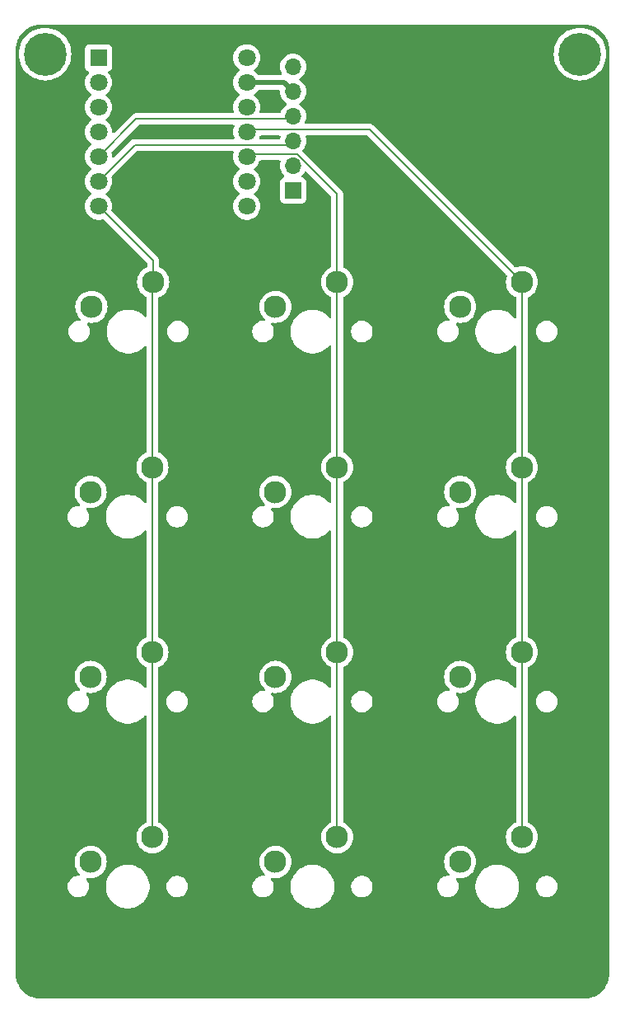
<source format=gtl>
%TF.GenerationSoftware,KiCad,Pcbnew,8.0.0*%
%TF.CreationDate,2024-03-18T12:55:46-04:00*%
%TF.ProjectId,mmp,6d6d702e-6b69-4636-9164-5f7063625858,rev?*%
%TF.SameCoordinates,Original*%
%TF.FileFunction,Copper,L1,Top*%
%TF.FilePolarity,Positive*%
%FSLAX46Y46*%
G04 Gerber Fmt 4.6, Leading zero omitted, Abs format (unit mm)*
G04 Created by KiCad (PCBNEW 8.0.0) date 2024-03-18 12:55:46*
%MOMM*%
%LPD*%
G01*
G04 APERTURE LIST*
%TA.AperFunction,ComponentPad*%
%ADD10C,2.300000*%
%TD*%
%TA.AperFunction,ComponentPad*%
%ADD11R,1.800000X1.800000*%
%TD*%
%TA.AperFunction,ComponentPad*%
%ADD12C,1.800000*%
%TD*%
%TA.AperFunction,ComponentPad*%
%ADD13C,0.700000*%
%TD*%
%TA.AperFunction,ComponentPad*%
%ADD14C,4.400000*%
%TD*%
%TA.AperFunction,ComponentPad*%
%ADD15R,1.700000X1.700000*%
%TD*%
%TA.AperFunction,ComponentPad*%
%ADD16O,1.700000X1.700000*%
%TD*%
%TA.AperFunction,Conductor*%
%ADD17C,0.200000*%
%TD*%
%TA.AperFunction,Conductor*%
%ADD18C,0.500000*%
%TD*%
G04 APERTURE END LIST*
D10*
%TO.P,SW4,1,1*%
%TO.N,Net-(D4-A)*%
X101190000Y-85460000D03*
%TO.P,SW4,2,2*%
%TO.N,/col0*%
X107540000Y-82920000D03*
%TD*%
D11*
%TO.P,U1,1,A0/D0/DAC*%
%TO.N,/row3*%
X102000000Y-40880000D03*
D12*
%TO.P,U1,2,A1/D1*%
%TO.N,/row2*%
X102000000Y-43420000D03*
%TO.P,U1,3,A2/D2*%
%TO.N,/row1*%
X102000000Y-45960000D03*
%TO.P,U1,4,A3/D3*%
%TO.N,/row0*%
X102000000Y-48500000D03*
%TO.P,U1,5,D4/SDA*%
%TO.N,/ext0*%
X102000000Y-51040000D03*
%TO.P,U1,6,D5/SCL*%
%TO.N,/ext1*%
X102000000Y-53580000D03*
%TO.P,U1,7,A6/D6/TX*%
%TO.N,/col0*%
X102000000Y-56120000D03*
%TO.P,U1,8,A7/D7/RX*%
%TO.N,/ext3*%
X117240000Y-56120000D03*
%TO.P,U1,9,A8/D8/SCK*%
%TO.N,/ext2*%
X117240000Y-53580000D03*
%TO.P,U1,10,A9/D9/MISO*%
%TO.N,/col1*%
X117240000Y-51040000D03*
%TO.P,U1,11,A10/D10/MOSI*%
%TO.N,/col2*%
X117240000Y-48500000D03*
%TO.P,U1,12,3V3*%
%TO.N,+3.3V*%
X117240000Y-45960000D03*
%TO.P,U1,13,GND*%
%TO.N,GND*%
X117240000Y-43420000D03*
%TO.P,U1,14,5V*%
%TO.N,unconnected-(U1-5V-Pad14)*%
X117240000Y-40880000D03*
%TD*%
D10*
%TO.P,SW10,1,1*%
%TO.N,Net-(D10-A)*%
X101190000Y-123460000D03*
%TO.P,SW10,2,2*%
%TO.N,/col0*%
X107540000Y-120920000D03*
%TD*%
D13*
%TO.P,REF\u002A\u002A,1*%
%TO.N,N/C*%
X149850000Y-40500000D03*
X150333274Y-39333274D03*
X150333274Y-41666726D03*
X151500000Y-38850000D03*
D14*
X151500000Y-40500000D03*
D13*
X151500000Y-42150000D03*
X152666726Y-39333274D03*
X152666726Y-41666726D03*
X153150000Y-40500000D03*
%TD*%
D10*
%TO.P,SW2,1,1*%
%TO.N,Net-(D2-A)*%
X120190000Y-66460000D03*
%TO.P,SW2,2,2*%
%TO.N,/col1*%
X126540000Y-63920000D03*
%TD*%
%TO.P,SW3,1,1*%
%TO.N,Net-(D3-A)*%
X139190000Y-66460000D03*
%TO.P,SW3,2,2*%
%TO.N,/col2*%
X145540000Y-63920000D03*
%TD*%
%TO.P,SW5,1,1*%
%TO.N,Net-(D5-A)*%
X120190000Y-85460000D03*
%TO.P,SW5,2,2*%
%TO.N,/col1*%
X126540000Y-82920000D03*
%TD*%
D13*
%TO.P,REF\u002A\u002A,1*%
%TO.N,N/C*%
X94850000Y-40500000D03*
X95333274Y-39333274D03*
X95333274Y-41666726D03*
X96500000Y-38850000D03*
D14*
X96500000Y-40500000D03*
D13*
X96500000Y-42150000D03*
X97666726Y-39333274D03*
X97666726Y-41666726D03*
X98150000Y-40500000D03*
%TD*%
D10*
%TO.P,SW7,1,1*%
%TO.N,Net-(D7-A)*%
X101190000Y-104460000D03*
%TO.P,SW7,2,2*%
%TO.N,/col0*%
X107540000Y-101920000D03*
%TD*%
%TO.P,SW1,1,1*%
%TO.N,Net-(D1-A)*%
X101270000Y-66460000D03*
%TO.P,SW1,2,2*%
%TO.N,/col0*%
X107620000Y-63920000D03*
%TD*%
%TO.P,SW9,1,1*%
%TO.N,Net-(D9-A)*%
X139190000Y-104460000D03*
%TO.P,SW9,2,2*%
%TO.N,/col2*%
X145540000Y-101920000D03*
%TD*%
%TO.P,SW12,1,1*%
%TO.N,Net-(D12-A)*%
X139190000Y-123460000D03*
%TO.P,SW12,2,2*%
%TO.N,/col2*%
X145540000Y-120920000D03*
%TD*%
%TO.P,SW11,1,1*%
%TO.N,Net-(D11-A)*%
X120190000Y-123460000D03*
%TO.P,SW11,2,2*%
%TO.N,/col1*%
X126540000Y-120920000D03*
%TD*%
%TO.P,SW8,1,1*%
%TO.N,Net-(D8-A)*%
X120190000Y-104460000D03*
%TO.P,SW8,2,2*%
%TO.N,/col1*%
X126540000Y-101920000D03*
%TD*%
%TO.P,SW6,1,1*%
%TO.N,Net-(D6-A)*%
X139190000Y-85460000D03*
%TO.P,SW6,2,2*%
%TO.N,/col2*%
X145540000Y-82920000D03*
%TD*%
D15*
%TO.P,J2,1,Pin_1*%
%TO.N,/ext3*%
X122000000Y-54500000D03*
D16*
%TO.P,J2,2,Pin_2*%
%TO.N,/ext2*%
X122000000Y-51960000D03*
%TO.P,J2,3,Pin_3*%
%TO.N,/ext1*%
X122000000Y-49420000D03*
%TO.P,J2,4,Pin_4*%
%TO.N,/ext0*%
X122000000Y-46880000D03*
%TO.P,J2,5,Pin_5*%
%TO.N,GND*%
X122000000Y-44340000D03*
%TO.P,J2,6,Pin_6*%
%TO.N,+3.3V*%
X122000000Y-41800000D03*
%TD*%
D17*
%TO.N,/col2*%
X145540000Y-63920000D02*
X129890000Y-48270000D01*
X129890000Y-48270000D02*
X117470000Y-48270000D01*
X117470000Y-48270000D02*
X117240000Y-48500000D01*
%TO.N,/col1*%
X126540000Y-63920000D02*
X126540000Y-54873654D01*
X117470000Y-50810000D02*
X117240000Y-51040000D01*
X126540000Y-54873654D02*
X122476346Y-50810000D01*
X122476346Y-50810000D02*
X117470000Y-50810000D01*
%TO.N,/ext1*%
X102000000Y-53580000D02*
X105740000Y-49840000D01*
X105740000Y-49840000D02*
X121580000Y-49840000D01*
X121580000Y-49840000D02*
X122000000Y-49420000D01*
%TO.N,/ext0*%
X102000000Y-51040000D02*
X105880000Y-47160000D01*
X105880000Y-47160000D02*
X121720000Y-47160000D01*
X121720000Y-47160000D02*
X122000000Y-46880000D01*
D18*
%TO.N,GND*%
X117240000Y-43420000D02*
X121080000Y-43420000D01*
X121080000Y-43420000D02*
X122000000Y-44340000D01*
D17*
%TO.N,/col0*%
X107540000Y-101920000D02*
X107540000Y-82920000D01*
X107540000Y-64000000D02*
X107620000Y-63920000D01*
X107620000Y-61740000D02*
X102000000Y-56120000D01*
X107540000Y-120920000D02*
X107540000Y-101920000D01*
X107620000Y-63920000D02*
X107620000Y-61740000D01*
X107540000Y-82920000D02*
X107540000Y-64000000D01*
%TO.N,/col1*%
X126540000Y-82920000D02*
X126540000Y-63920000D01*
X126540000Y-101920000D02*
X126540000Y-82920000D01*
X126540000Y-120920000D02*
X126540000Y-101920000D01*
%TO.N,/col2*%
X145540000Y-101920000D02*
X145540000Y-120920000D01*
X145540000Y-82920000D02*
X145540000Y-101920000D01*
X145540000Y-63920000D02*
X145540000Y-82920000D01*
%TD*%
%TA.AperFunction,NonConductor*%
G36*
X152003736Y-37500726D02*
G01*
X152293796Y-37518271D01*
X152308659Y-37520076D01*
X152590798Y-37571780D01*
X152605335Y-37575363D01*
X152879172Y-37660695D01*
X152893163Y-37666000D01*
X153154743Y-37783727D01*
X153167989Y-37790680D01*
X153413465Y-37939075D01*
X153425776Y-37947573D01*
X153626022Y-38104455D01*
X153651573Y-38124473D01*
X153662781Y-38134403D01*
X153865596Y-38337218D01*
X153875526Y-38348426D01*
X153995481Y-38501538D01*
X154052422Y-38574217D01*
X154060928Y-38586540D01*
X154209316Y-38832004D01*
X154216275Y-38845263D01*
X154333997Y-39106831D01*
X154339306Y-39120832D01*
X154424635Y-39394663D01*
X154428219Y-39409201D01*
X154479923Y-39691340D01*
X154481728Y-39706205D01*
X154499274Y-39996263D01*
X154499500Y-40003750D01*
X154499500Y-134996249D01*
X154499274Y-135003736D01*
X154481728Y-135293794D01*
X154479923Y-135308659D01*
X154428219Y-135590798D01*
X154424635Y-135605336D01*
X154339306Y-135879167D01*
X154333997Y-135893168D01*
X154216275Y-136154736D01*
X154209316Y-136167995D01*
X154060928Y-136413459D01*
X154052422Y-136425782D01*
X153875526Y-136651573D01*
X153865596Y-136662781D01*
X153662781Y-136865596D01*
X153651573Y-136875526D01*
X153425782Y-137052422D01*
X153413459Y-137060928D01*
X153167995Y-137209316D01*
X153154736Y-137216275D01*
X152893168Y-137333997D01*
X152879167Y-137339306D01*
X152605336Y-137424635D01*
X152590798Y-137428219D01*
X152308659Y-137479923D01*
X152293794Y-137481728D01*
X152003736Y-137499274D01*
X151996249Y-137499500D01*
X96003751Y-137499500D01*
X95996264Y-137499274D01*
X95706205Y-137481728D01*
X95691340Y-137479923D01*
X95409201Y-137428219D01*
X95394663Y-137424635D01*
X95120832Y-137339306D01*
X95106831Y-137333997D01*
X94845263Y-137216275D01*
X94832004Y-137209316D01*
X94586540Y-137060928D01*
X94574217Y-137052422D01*
X94348426Y-136875526D01*
X94337218Y-136865596D01*
X94134403Y-136662781D01*
X94124473Y-136651573D01*
X93947573Y-136425776D01*
X93939075Y-136413465D01*
X93790680Y-136167989D01*
X93783727Y-136154743D01*
X93666000Y-135893163D01*
X93660693Y-135879167D01*
X93575364Y-135605336D01*
X93571780Y-135590798D01*
X93520076Y-135308659D01*
X93518271Y-135293794D01*
X93500726Y-135003736D01*
X93500500Y-134996249D01*
X93500500Y-126086687D01*
X98818600Y-126086687D01*
X98845720Y-126257913D01*
X98899290Y-126422788D01*
X98899291Y-126422791D01*
X98977998Y-126577260D01*
X99079899Y-126717514D01*
X99202486Y-126840101D01*
X99342740Y-126942002D01*
X99418502Y-126980604D01*
X99497208Y-127020708D01*
X99497211Y-127020709D01*
X99579648Y-127047494D01*
X99662088Y-127074280D01*
X99741391Y-127086840D01*
X99833313Y-127101400D01*
X99833318Y-127101400D01*
X100006687Y-127101400D01*
X100089695Y-127088252D01*
X100177912Y-127074280D01*
X100342791Y-127020708D01*
X100497260Y-126942002D01*
X100637514Y-126840101D01*
X100760101Y-126717514D01*
X100862002Y-126577260D01*
X100940708Y-126422791D01*
X100994280Y-126257912D01*
X101011831Y-126147099D01*
X102755600Y-126147099D01*
X102755601Y-126147116D01*
X102794001Y-126438796D01*
X102870152Y-126722994D01*
X102982734Y-126994794D01*
X102982742Y-126994810D01*
X103129840Y-127249589D01*
X103129851Y-127249605D01*
X103308948Y-127483009D01*
X103308954Y-127483016D01*
X103516983Y-127691045D01*
X103516989Y-127691050D01*
X103750403Y-127870155D01*
X103750410Y-127870159D01*
X104005189Y-128017257D01*
X104005205Y-128017265D01*
X104277005Y-128129847D01*
X104277007Y-128129847D01*
X104277013Y-128129850D01*
X104561200Y-128205998D01*
X104852894Y-128244400D01*
X104852901Y-128244400D01*
X105147099Y-128244400D01*
X105147106Y-128244400D01*
X105438800Y-128205998D01*
X105722987Y-128129850D01*
X105796318Y-128099475D01*
X105994794Y-128017265D01*
X105994797Y-128017263D01*
X105994803Y-128017261D01*
X106249597Y-127870155D01*
X106483011Y-127691050D01*
X106691050Y-127483011D01*
X106870155Y-127249597D01*
X107017261Y-126994803D01*
X107129850Y-126722987D01*
X107205998Y-126438800D01*
X107244400Y-126147106D01*
X107244400Y-126086687D01*
X108978600Y-126086687D01*
X109005720Y-126257913D01*
X109059290Y-126422788D01*
X109059291Y-126422791D01*
X109137998Y-126577260D01*
X109239899Y-126717514D01*
X109362486Y-126840101D01*
X109502740Y-126942002D01*
X109578502Y-126980604D01*
X109657208Y-127020708D01*
X109657211Y-127020709D01*
X109739648Y-127047494D01*
X109822088Y-127074280D01*
X109901391Y-127086840D01*
X109993313Y-127101400D01*
X109993318Y-127101400D01*
X110166687Y-127101400D01*
X110249695Y-127088252D01*
X110337912Y-127074280D01*
X110502791Y-127020708D01*
X110657260Y-126942002D01*
X110797514Y-126840101D01*
X110920101Y-126717514D01*
X111022002Y-126577260D01*
X111100708Y-126422791D01*
X111154280Y-126257912D01*
X111171831Y-126147099D01*
X111181400Y-126086687D01*
X117818600Y-126086687D01*
X117845720Y-126257913D01*
X117899290Y-126422788D01*
X117899291Y-126422791D01*
X117977998Y-126577260D01*
X118079899Y-126717514D01*
X118202486Y-126840101D01*
X118342740Y-126942002D01*
X118418502Y-126980604D01*
X118497208Y-127020708D01*
X118497211Y-127020709D01*
X118579648Y-127047494D01*
X118662088Y-127074280D01*
X118741391Y-127086840D01*
X118833313Y-127101400D01*
X118833318Y-127101400D01*
X119006687Y-127101400D01*
X119089695Y-127088252D01*
X119177912Y-127074280D01*
X119342791Y-127020708D01*
X119497260Y-126942002D01*
X119637514Y-126840101D01*
X119760101Y-126717514D01*
X119862002Y-126577260D01*
X119940708Y-126422791D01*
X119994280Y-126257912D01*
X120011831Y-126147099D01*
X121755600Y-126147099D01*
X121755601Y-126147116D01*
X121794001Y-126438796D01*
X121870152Y-126722994D01*
X121982734Y-126994794D01*
X121982742Y-126994810D01*
X122129840Y-127249589D01*
X122129851Y-127249605D01*
X122308948Y-127483009D01*
X122308954Y-127483016D01*
X122516983Y-127691045D01*
X122516989Y-127691050D01*
X122750403Y-127870155D01*
X122750410Y-127870159D01*
X123005189Y-128017257D01*
X123005205Y-128017265D01*
X123277005Y-128129847D01*
X123277007Y-128129847D01*
X123277013Y-128129850D01*
X123561200Y-128205998D01*
X123852894Y-128244400D01*
X123852901Y-128244400D01*
X124147099Y-128244400D01*
X124147106Y-128244400D01*
X124438800Y-128205998D01*
X124722987Y-128129850D01*
X124796318Y-128099475D01*
X124994794Y-128017265D01*
X124994797Y-128017263D01*
X124994803Y-128017261D01*
X125249597Y-127870155D01*
X125483011Y-127691050D01*
X125691050Y-127483011D01*
X125870155Y-127249597D01*
X126017261Y-126994803D01*
X126129850Y-126722987D01*
X126205998Y-126438800D01*
X126244400Y-126147106D01*
X126244400Y-126086687D01*
X127978600Y-126086687D01*
X128005720Y-126257913D01*
X128059290Y-126422788D01*
X128059291Y-126422791D01*
X128137998Y-126577260D01*
X128239899Y-126717514D01*
X128362486Y-126840101D01*
X128502740Y-126942002D01*
X128578502Y-126980604D01*
X128657208Y-127020708D01*
X128657211Y-127020709D01*
X128739648Y-127047494D01*
X128822088Y-127074280D01*
X128901391Y-127086840D01*
X128993313Y-127101400D01*
X128993318Y-127101400D01*
X129166687Y-127101400D01*
X129249695Y-127088252D01*
X129337912Y-127074280D01*
X129502791Y-127020708D01*
X129657260Y-126942002D01*
X129797514Y-126840101D01*
X129920101Y-126717514D01*
X130022002Y-126577260D01*
X130100708Y-126422791D01*
X130154280Y-126257912D01*
X130171831Y-126147099D01*
X130181400Y-126086687D01*
X136818600Y-126086687D01*
X136845720Y-126257913D01*
X136899290Y-126422788D01*
X136899291Y-126422791D01*
X136977998Y-126577260D01*
X137079899Y-126717514D01*
X137202486Y-126840101D01*
X137342740Y-126942002D01*
X137418502Y-126980604D01*
X137497208Y-127020708D01*
X137497211Y-127020709D01*
X137579648Y-127047494D01*
X137662088Y-127074280D01*
X137741391Y-127086840D01*
X137833313Y-127101400D01*
X137833318Y-127101400D01*
X138006687Y-127101400D01*
X138089695Y-127088252D01*
X138177912Y-127074280D01*
X138342791Y-127020708D01*
X138497260Y-126942002D01*
X138637514Y-126840101D01*
X138760101Y-126717514D01*
X138862002Y-126577260D01*
X138940708Y-126422791D01*
X138994280Y-126257912D01*
X139011831Y-126147099D01*
X140755600Y-126147099D01*
X140755601Y-126147116D01*
X140794001Y-126438796D01*
X140870152Y-126722994D01*
X140982734Y-126994794D01*
X140982742Y-126994810D01*
X141129840Y-127249589D01*
X141129851Y-127249605D01*
X141308948Y-127483009D01*
X141308954Y-127483016D01*
X141516983Y-127691045D01*
X141516989Y-127691050D01*
X141750403Y-127870155D01*
X141750410Y-127870159D01*
X142005189Y-128017257D01*
X142005205Y-128017265D01*
X142277005Y-128129847D01*
X142277007Y-128129847D01*
X142277013Y-128129850D01*
X142561200Y-128205998D01*
X142852894Y-128244400D01*
X142852901Y-128244400D01*
X143147099Y-128244400D01*
X143147106Y-128244400D01*
X143438800Y-128205998D01*
X143722987Y-128129850D01*
X143796318Y-128099475D01*
X143994794Y-128017265D01*
X143994797Y-128017263D01*
X143994803Y-128017261D01*
X144249597Y-127870155D01*
X144483011Y-127691050D01*
X144691050Y-127483011D01*
X144870155Y-127249597D01*
X145017261Y-126994803D01*
X145129850Y-126722987D01*
X145205998Y-126438800D01*
X145244400Y-126147106D01*
X145244400Y-126086687D01*
X146978600Y-126086687D01*
X147005720Y-126257913D01*
X147059290Y-126422788D01*
X147059291Y-126422791D01*
X147137998Y-126577260D01*
X147239899Y-126717514D01*
X147362486Y-126840101D01*
X147502740Y-126942002D01*
X147578502Y-126980604D01*
X147657208Y-127020708D01*
X147657211Y-127020709D01*
X147739648Y-127047494D01*
X147822088Y-127074280D01*
X147901391Y-127086840D01*
X147993313Y-127101400D01*
X147993318Y-127101400D01*
X148166687Y-127101400D01*
X148249695Y-127088252D01*
X148337912Y-127074280D01*
X148502791Y-127020708D01*
X148657260Y-126942002D01*
X148797514Y-126840101D01*
X148920101Y-126717514D01*
X149022002Y-126577260D01*
X149100708Y-126422791D01*
X149154280Y-126257912D01*
X149171831Y-126147099D01*
X149181400Y-126086687D01*
X149181400Y-125913312D01*
X149165622Y-125813702D01*
X149154280Y-125742088D01*
X149100708Y-125577209D01*
X149100708Y-125577208D01*
X149022001Y-125422739D01*
X148920101Y-125282486D01*
X148797514Y-125159899D01*
X148657260Y-125057998D01*
X148611286Y-125034573D01*
X148502791Y-124979291D01*
X148502788Y-124979290D01*
X148337913Y-124925720D01*
X148166687Y-124898600D01*
X148166682Y-124898600D01*
X147993318Y-124898600D01*
X147993313Y-124898600D01*
X147822086Y-124925720D01*
X147657211Y-124979290D01*
X147657208Y-124979291D01*
X147502739Y-125057998D01*
X147423454Y-125115603D01*
X147362486Y-125159899D01*
X147362484Y-125159901D01*
X147362483Y-125159901D01*
X147239901Y-125282483D01*
X147239901Y-125282484D01*
X147239899Y-125282486D01*
X147196136Y-125342719D01*
X147137998Y-125422739D01*
X147059291Y-125577208D01*
X147059290Y-125577211D01*
X147005720Y-125742086D01*
X146978600Y-125913312D01*
X146978600Y-126086687D01*
X145244400Y-126086687D01*
X145244400Y-125852894D01*
X145205998Y-125561200D01*
X145129850Y-125277013D01*
X145129847Y-125277005D01*
X145017265Y-125005205D01*
X145017257Y-125005189D01*
X144870159Y-124750410D01*
X144870155Y-124750403D01*
X144691050Y-124516989D01*
X144691045Y-124516983D01*
X144483016Y-124308954D01*
X144483009Y-124308948D01*
X144249605Y-124129851D01*
X144249603Y-124129849D01*
X144249597Y-124129845D01*
X144249592Y-124129842D01*
X144249589Y-124129840D01*
X143994810Y-123982742D01*
X143994794Y-123982734D01*
X143722994Y-123870152D01*
X143438796Y-123794001D01*
X143147116Y-123755601D01*
X143147111Y-123755600D01*
X143147106Y-123755600D01*
X142852894Y-123755600D01*
X142852888Y-123755600D01*
X142852883Y-123755601D01*
X142561203Y-123794001D01*
X142277005Y-123870152D01*
X142005205Y-123982734D01*
X142005189Y-123982742D01*
X141750410Y-124129840D01*
X141750394Y-124129851D01*
X141516990Y-124308948D01*
X141516983Y-124308954D01*
X141308954Y-124516983D01*
X141308948Y-124516990D01*
X141129851Y-124750394D01*
X141129840Y-124750410D01*
X140982742Y-125005189D01*
X140982734Y-125005205D01*
X140870152Y-125277005D01*
X140794001Y-125561203D01*
X140755601Y-125852883D01*
X140755600Y-125852900D01*
X140755600Y-126147099D01*
X139011831Y-126147099D01*
X139021400Y-126086687D01*
X139021400Y-125913312D01*
X139005622Y-125813702D01*
X138994280Y-125742088D01*
X138940708Y-125577209D01*
X138940708Y-125577208D01*
X138862001Y-125422739D01*
X138760101Y-125282486D01*
X138760098Y-125282483D01*
X138757237Y-125278545D01*
X138758985Y-125277274D01*
X138734102Y-125221721D01*
X138744549Y-125152637D01*
X138790687Y-125100167D01*
X138857868Y-125080971D01*
X138885902Y-125084392D01*
X138931006Y-125095221D01*
X139190000Y-125115604D01*
X139448994Y-125095221D01*
X139701610Y-125034573D01*
X139941628Y-124935154D01*
X140163140Y-124799412D01*
X140360689Y-124630689D01*
X140529412Y-124433140D01*
X140665154Y-124211628D01*
X140764573Y-123971610D01*
X140825221Y-123718994D01*
X140845604Y-123460000D01*
X140825221Y-123201006D01*
X140764573Y-122948390D01*
X140665154Y-122708372D01*
X140529412Y-122486860D01*
X140360689Y-122289311D01*
X140163140Y-122120588D01*
X139941628Y-121984846D01*
X139941627Y-121984845D01*
X139941623Y-121984843D01*
X139775627Y-121916086D01*
X139701610Y-121885427D01*
X139701611Y-121885427D01*
X139563921Y-121852370D01*
X139448994Y-121824779D01*
X139448992Y-121824778D01*
X139448991Y-121824778D01*
X139190000Y-121804396D01*
X138931009Y-121824778D01*
X138678389Y-121885427D01*
X138438376Y-121984843D01*
X138216859Y-122120588D01*
X138019311Y-122289311D01*
X137850588Y-122486859D01*
X137714843Y-122708376D01*
X137615427Y-122948389D01*
X137554778Y-123201009D01*
X137534396Y-123460000D01*
X137554778Y-123718990D01*
X137615427Y-123971610D01*
X137714843Y-124211623D01*
X137714845Y-124211627D01*
X137714846Y-124211628D01*
X137850588Y-124433140D01*
X138019311Y-124630689D01*
X138077410Y-124680310D01*
X138115603Y-124738817D01*
X138116101Y-124808685D01*
X138078748Y-124867731D01*
X138015401Y-124897209D01*
X137996878Y-124898600D01*
X137833313Y-124898600D01*
X137662086Y-124925720D01*
X137497211Y-124979290D01*
X137497208Y-124979291D01*
X137342739Y-125057998D01*
X137263454Y-125115603D01*
X137202486Y-125159899D01*
X137202484Y-125159901D01*
X137202483Y-125159901D01*
X137079901Y-125282483D01*
X137079901Y-125282484D01*
X137079899Y-125282486D01*
X137036136Y-125342719D01*
X136977998Y-125422739D01*
X136899291Y-125577208D01*
X136899290Y-125577211D01*
X136845720Y-125742086D01*
X136818600Y-125913312D01*
X136818600Y-126086687D01*
X130181400Y-126086687D01*
X130181400Y-125913312D01*
X130165622Y-125813702D01*
X130154280Y-125742088D01*
X130100708Y-125577209D01*
X130100708Y-125577208D01*
X130022001Y-125422739D01*
X129920101Y-125282486D01*
X129797514Y-125159899D01*
X129657260Y-125057998D01*
X129611286Y-125034573D01*
X129502791Y-124979291D01*
X129502788Y-124979290D01*
X129337913Y-124925720D01*
X129166687Y-124898600D01*
X129166682Y-124898600D01*
X128993318Y-124898600D01*
X128993313Y-124898600D01*
X128822086Y-124925720D01*
X128657211Y-124979290D01*
X128657208Y-124979291D01*
X128502739Y-125057998D01*
X128423454Y-125115603D01*
X128362486Y-125159899D01*
X128362484Y-125159901D01*
X128362483Y-125159901D01*
X128239901Y-125282483D01*
X128239901Y-125282484D01*
X128239899Y-125282486D01*
X128196136Y-125342719D01*
X128137998Y-125422739D01*
X128059291Y-125577208D01*
X128059290Y-125577211D01*
X128005720Y-125742086D01*
X127978600Y-125913312D01*
X127978600Y-126086687D01*
X126244400Y-126086687D01*
X126244400Y-125852894D01*
X126205998Y-125561200D01*
X126129850Y-125277013D01*
X126129847Y-125277005D01*
X126017265Y-125005205D01*
X126017257Y-125005189D01*
X125870159Y-124750410D01*
X125870155Y-124750403D01*
X125691050Y-124516989D01*
X125691045Y-124516983D01*
X125483016Y-124308954D01*
X125483009Y-124308948D01*
X125249605Y-124129851D01*
X125249603Y-124129849D01*
X125249597Y-124129845D01*
X125249592Y-124129842D01*
X125249589Y-124129840D01*
X124994810Y-123982742D01*
X124994794Y-123982734D01*
X124722994Y-123870152D01*
X124438796Y-123794001D01*
X124147116Y-123755601D01*
X124147111Y-123755600D01*
X124147106Y-123755600D01*
X123852894Y-123755600D01*
X123852888Y-123755600D01*
X123852883Y-123755601D01*
X123561203Y-123794001D01*
X123277005Y-123870152D01*
X123005205Y-123982734D01*
X123005189Y-123982742D01*
X122750410Y-124129840D01*
X122750394Y-124129851D01*
X122516990Y-124308948D01*
X122516983Y-124308954D01*
X122308954Y-124516983D01*
X122308948Y-124516990D01*
X122129851Y-124750394D01*
X122129840Y-124750410D01*
X121982742Y-125005189D01*
X121982734Y-125005205D01*
X121870152Y-125277005D01*
X121794001Y-125561203D01*
X121755601Y-125852883D01*
X121755600Y-125852900D01*
X121755600Y-126147099D01*
X120011831Y-126147099D01*
X120021400Y-126086687D01*
X120021400Y-125913312D01*
X120005622Y-125813702D01*
X119994280Y-125742088D01*
X119940708Y-125577209D01*
X119940708Y-125577208D01*
X119862001Y-125422739D01*
X119760101Y-125282486D01*
X119760098Y-125282483D01*
X119757237Y-125278545D01*
X119758985Y-125277274D01*
X119734102Y-125221721D01*
X119744549Y-125152637D01*
X119790687Y-125100167D01*
X119857868Y-125080971D01*
X119885902Y-125084392D01*
X119931006Y-125095221D01*
X120190000Y-125115604D01*
X120448994Y-125095221D01*
X120701610Y-125034573D01*
X120941628Y-124935154D01*
X121163140Y-124799412D01*
X121360689Y-124630689D01*
X121529412Y-124433140D01*
X121665154Y-124211628D01*
X121764573Y-123971610D01*
X121825221Y-123718994D01*
X121845604Y-123460000D01*
X121825221Y-123201006D01*
X121764573Y-122948390D01*
X121665154Y-122708372D01*
X121529412Y-122486860D01*
X121360689Y-122289311D01*
X121163140Y-122120588D01*
X120941628Y-121984846D01*
X120941627Y-121984845D01*
X120941623Y-121984843D01*
X120775627Y-121916086D01*
X120701610Y-121885427D01*
X120701611Y-121885427D01*
X120563921Y-121852370D01*
X120448994Y-121824779D01*
X120448992Y-121824778D01*
X120448991Y-121824778D01*
X120190000Y-121804396D01*
X119931009Y-121824778D01*
X119678389Y-121885427D01*
X119438376Y-121984843D01*
X119216859Y-122120588D01*
X119019311Y-122289311D01*
X118850588Y-122486859D01*
X118714843Y-122708376D01*
X118615427Y-122948389D01*
X118554778Y-123201009D01*
X118534396Y-123460000D01*
X118554778Y-123718990D01*
X118615427Y-123971610D01*
X118714843Y-124211623D01*
X118714845Y-124211627D01*
X118714846Y-124211628D01*
X118850588Y-124433140D01*
X119019311Y-124630689D01*
X119077410Y-124680310D01*
X119115603Y-124738817D01*
X119116101Y-124808685D01*
X119078748Y-124867731D01*
X119015401Y-124897209D01*
X118996878Y-124898600D01*
X118833313Y-124898600D01*
X118662086Y-124925720D01*
X118497211Y-124979290D01*
X118497208Y-124979291D01*
X118342739Y-125057998D01*
X118263454Y-125115603D01*
X118202486Y-125159899D01*
X118202484Y-125159901D01*
X118202483Y-125159901D01*
X118079901Y-125282483D01*
X118079901Y-125282484D01*
X118079899Y-125282486D01*
X118036136Y-125342719D01*
X117977998Y-125422739D01*
X117899291Y-125577208D01*
X117899290Y-125577211D01*
X117845720Y-125742086D01*
X117818600Y-125913312D01*
X117818600Y-126086687D01*
X111181400Y-126086687D01*
X111181400Y-125913312D01*
X111165622Y-125813702D01*
X111154280Y-125742088D01*
X111100708Y-125577209D01*
X111100708Y-125577208D01*
X111022001Y-125422739D01*
X110920101Y-125282486D01*
X110797514Y-125159899D01*
X110657260Y-125057998D01*
X110611286Y-125034573D01*
X110502791Y-124979291D01*
X110502788Y-124979290D01*
X110337913Y-124925720D01*
X110166687Y-124898600D01*
X110166682Y-124898600D01*
X109993318Y-124898600D01*
X109993313Y-124898600D01*
X109822086Y-124925720D01*
X109657211Y-124979290D01*
X109657208Y-124979291D01*
X109502739Y-125057998D01*
X109423454Y-125115603D01*
X109362486Y-125159899D01*
X109362484Y-125159901D01*
X109362483Y-125159901D01*
X109239901Y-125282483D01*
X109239901Y-125282484D01*
X109239899Y-125282486D01*
X109196136Y-125342719D01*
X109137998Y-125422739D01*
X109059291Y-125577208D01*
X109059290Y-125577211D01*
X109005720Y-125742086D01*
X108978600Y-125913312D01*
X108978600Y-126086687D01*
X107244400Y-126086687D01*
X107244400Y-125852894D01*
X107205998Y-125561200D01*
X107129850Y-125277013D01*
X107129847Y-125277005D01*
X107017265Y-125005205D01*
X107017257Y-125005189D01*
X106870159Y-124750410D01*
X106870155Y-124750403D01*
X106691050Y-124516989D01*
X106691045Y-124516983D01*
X106483016Y-124308954D01*
X106483009Y-124308948D01*
X106249605Y-124129851D01*
X106249603Y-124129849D01*
X106249597Y-124129845D01*
X106249592Y-124129842D01*
X106249589Y-124129840D01*
X105994810Y-123982742D01*
X105994794Y-123982734D01*
X105722994Y-123870152D01*
X105438796Y-123794001D01*
X105147116Y-123755601D01*
X105147111Y-123755600D01*
X105147106Y-123755600D01*
X104852894Y-123755600D01*
X104852888Y-123755600D01*
X104852883Y-123755601D01*
X104561203Y-123794001D01*
X104277005Y-123870152D01*
X104005205Y-123982734D01*
X104005189Y-123982742D01*
X103750410Y-124129840D01*
X103750394Y-124129851D01*
X103516990Y-124308948D01*
X103516983Y-124308954D01*
X103308954Y-124516983D01*
X103308948Y-124516990D01*
X103129851Y-124750394D01*
X103129840Y-124750410D01*
X102982742Y-125005189D01*
X102982734Y-125005205D01*
X102870152Y-125277005D01*
X102794001Y-125561203D01*
X102755601Y-125852883D01*
X102755600Y-125852900D01*
X102755600Y-126147099D01*
X101011831Y-126147099D01*
X101021400Y-126086687D01*
X101021400Y-125913312D01*
X101005622Y-125813702D01*
X100994280Y-125742088D01*
X100940708Y-125577209D01*
X100940708Y-125577208D01*
X100862001Y-125422739D01*
X100760101Y-125282486D01*
X100760098Y-125282483D01*
X100757237Y-125278545D01*
X100758985Y-125277274D01*
X100734102Y-125221721D01*
X100744549Y-125152637D01*
X100790687Y-125100167D01*
X100857868Y-125080971D01*
X100885902Y-125084392D01*
X100931006Y-125095221D01*
X101190000Y-125115604D01*
X101448994Y-125095221D01*
X101701610Y-125034573D01*
X101941628Y-124935154D01*
X102163140Y-124799412D01*
X102360689Y-124630689D01*
X102529412Y-124433140D01*
X102665154Y-124211628D01*
X102764573Y-123971610D01*
X102825221Y-123718994D01*
X102845604Y-123460000D01*
X102825221Y-123201006D01*
X102764573Y-122948390D01*
X102665154Y-122708372D01*
X102529412Y-122486860D01*
X102360689Y-122289311D01*
X102163140Y-122120588D01*
X101941628Y-121984846D01*
X101941627Y-121984845D01*
X101941623Y-121984843D01*
X101775627Y-121916086D01*
X101701610Y-121885427D01*
X101701611Y-121885427D01*
X101563921Y-121852370D01*
X101448994Y-121824779D01*
X101448992Y-121824778D01*
X101448991Y-121824778D01*
X101190000Y-121804396D01*
X100931009Y-121824778D01*
X100678389Y-121885427D01*
X100438376Y-121984843D01*
X100216859Y-122120588D01*
X100019311Y-122289311D01*
X99850588Y-122486859D01*
X99714843Y-122708376D01*
X99615427Y-122948389D01*
X99554778Y-123201009D01*
X99534396Y-123460000D01*
X99554778Y-123718990D01*
X99615427Y-123971610D01*
X99714843Y-124211623D01*
X99714845Y-124211627D01*
X99714846Y-124211628D01*
X99850588Y-124433140D01*
X100019311Y-124630689D01*
X100077410Y-124680310D01*
X100115603Y-124738817D01*
X100116101Y-124808685D01*
X100078748Y-124867731D01*
X100015401Y-124897209D01*
X99996878Y-124898600D01*
X99833313Y-124898600D01*
X99662086Y-124925720D01*
X99497211Y-124979290D01*
X99497208Y-124979291D01*
X99342739Y-125057998D01*
X99263454Y-125115603D01*
X99202486Y-125159899D01*
X99202484Y-125159901D01*
X99202483Y-125159901D01*
X99079901Y-125282483D01*
X99079901Y-125282484D01*
X99079899Y-125282486D01*
X99036136Y-125342719D01*
X98977998Y-125422739D01*
X98899291Y-125577208D01*
X98899290Y-125577211D01*
X98845720Y-125742086D01*
X98818600Y-125913312D01*
X98818600Y-126086687D01*
X93500500Y-126086687D01*
X93500500Y-107086687D01*
X98818600Y-107086687D01*
X98845720Y-107257913D01*
X98899290Y-107422788D01*
X98899291Y-107422791D01*
X98977998Y-107577260D01*
X99079899Y-107717514D01*
X99202486Y-107840101D01*
X99342740Y-107942002D01*
X99418502Y-107980604D01*
X99497208Y-108020708D01*
X99497211Y-108020709D01*
X99579648Y-108047494D01*
X99662088Y-108074280D01*
X99741391Y-108086840D01*
X99833313Y-108101400D01*
X99833318Y-108101400D01*
X100006687Y-108101400D01*
X100089695Y-108088252D01*
X100177912Y-108074280D01*
X100342791Y-108020708D01*
X100497260Y-107942002D01*
X100637514Y-107840101D01*
X100760101Y-107717514D01*
X100862002Y-107577260D01*
X100940708Y-107422791D01*
X100994280Y-107257912D01*
X101011831Y-107147099D01*
X101021400Y-107086687D01*
X101021400Y-106913312D01*
X101005622Y-106813702D01*
X100994280Y-106742088D01*
X100940708Y-106577209D01*
X100940708Y-106577208D01*
X100862001Y-106422739D01*
X100760101Y-106282486D01*
X100760098Y-106282483D01*
X100757237Y-106278545D01*
X100758985Y-106277274D01*
X100734102Y-106221721D01*
X100744549Y-106152637D01*
X100790687Y-106100167D01*
X100857868Y-106080971D01*
X100885902Y-106084392D01*
X100931006Y-106095221D01*
X101190000Y-106115604D01*
X101448994Y-106095221D01*
X101701610Y-106034573D01*
X101941628Y-105935154D01*
X102163140Y-105799412D01*
X102360689Y-105630689D01*
X102529412Y-105433140D01*
X102665154Y-105211628D01*
X102764573Y-104971610D01*
X102825221Y-104718994D01*
X102845604Y-104460000D01*
X102825221Y-104201006D01*
X102764573Y-103948390D01*
X102665154Y-103708372D01*
X102529412Y-103486860D01*
X102360689Y-103289311D01*
X102163140Y-103120588D01*
X101941628Y-102984846D01*
X101941627Y-102984845D01*
X101941623Y-102984843D01*
X101775627Y-102916086D01*
X101701610Y-102885427D01*
X101701611Y-102885427D01*
X101563921Y-102852370D01*
X101448994Y-102824779D01*
X101448992Y-102824778D01*
X101448991Y-102824778D01*
X101190000Y-102804396D01*
X100931009Y-102824778D01*
X100678389Y-102885427D01*
X100438376Y-102984843D01*
X100216859Y-103120588D01*
X100019311Y-103289311D01*
X99850588Y-103486859D01*
X99714843Y-103708376D01*
X99615427Y-103948389D01*
X99554778Y-104201009D01*
X99534396Y-104460000D01*
X99554778Y-104718990D01*
X99615427Y-104971610D01*
X99714843Y-105211623D01*
X99714845Y-105211627D01*
X99714846Y-105211628D01*
X99850588Y-105433140D01*
X100019311Y-105630689D01*
X100077410Y-105680310D01*
X100115603Y-105738817D01*
X100116101Y-105808685D01*
X100078748Y-105867731D01*
X100015401Y-105897209D01*
X99996878Y-105898600D01*
X99833313Y-105898600D01*
X99662086Y-105925720D01*
X99497211Y-105979290D01*
X99497208Y-105979291D01*
X99342739Y-106057998D01*
X99263454Y-106115603D01*
X99202486Y-106159899D01*
X99202484Y-106159901D01*
X99202483Y-106159901D01*
X99079901Y-106282483D01*
X99079901Y-106282484D01*
X99079899Y-106282486D01*
X99036136Y-106342719D01*
X98977998Y-106422739D01*
X98899291Y-106577208D01*
X98899290Y-106577211D01*
X98845720Y-106742086D01*
X98818600Y-106913312D01*
X98818600Y-107086687D01*
X93500500Y-107086687D01*
X93500500Y-88086687D01*
X98818600Y-88086687D01*
X98845720Y-88257913D01*
X98899290Y-88422788D01*
X98899291Y-88422791D01*
X98977998Y-88577260D01*
X99079899Y-88717514D01*
X99202486Y-88840101D01*
X99342740Y-88942002D01*
X99418502Y-88980604D01*
X99497208Y-89020708D01*
X99497211Y-89020709D01*
X99579648Y-89047494D01*
X99662088Y-89074280D01*
X99741391Y-89086840D01*
X99833313Y-89101400D01*
X99833318Y-89101400D01*
X100006687Y-89101400D01*
X100089695Y-89088252D01*
X100177912Y-89074280D01*
X100342791Y-89020708D01*
X100497260Y-88942002D01*
X100637514Y-88840101D01*
X100760101Y-88717514D01*
X100862002Y-88577260D01*
X100940708Y-88422791D01*
X100994280Y-88257912D01*
X101011831Y-88147099D01*
X101021400Y-88086687D01*
X101021400Y-87913312D01*
X101005622Y-87813702D01*
X100994280Y-87742088D01*
X100940708Y-87577209D01*
X100940708Y-87577208D01*
X100862001Y-87422739D01*
X100760101Y-87282486D01*
X100760098Y-87282483D01*
X100757237Y-87278545D01*
X100758985Y-87277274D01*
X100734102Y-87221721D01*
X100744549Y-87152637D01*
X100790687Y-87100167D01*
X100857868Y-87080971D01*
X100885902Y-87084392D01*
X100931006Y-87095221D01*
X101190000Y-87115604D01*
X101448994Y-87095221D01*
X101701610Y-87034573D01*
X101941628Y-86935154D01*
X102163140Y-86799412D01*
X102360689Y-86630689D01*
X102529412Y-86433140D01*
X102665154Y-86211628D01*
X102764573Y-85971610D01*
X102825221Y-85718994D01*
X102845604Y-85460000D01*
X102825221Y-85201006D01*
X102764573Y-84948390D01*
X102665154Y-84708372D01*
X102529412Y-84486860D01*
X102360689Y-84289311D01*
X102163140Y-84120588D01*
X101941628Y-83984846D01*
X101941627Y-83984845D01*
X101941623Y-83984843D01*
X101775627Y-83916086D01*
X101701610Y-83885427D01*
X101701611Y-83885427D01*
X101563921Y-83852370D01*
X101448994Y-83824779D01*
X101448992Y-83824778D01*
X101448991Y-83824778D01*
X101190000Y-83804396D01*
X100931009Y-83824778D01*
X100678389Y-83885427D01*
X100438376Y-83984843D01*
X100216859Y-84120588D01*
X100019311Y-84289311D01*
X99850588Y-84486859D01*
X99714843Y-84708376D01*
X99615427Y-84948389D01*
X99554778Y-85201009D01*
X99534396Y-85460000D01*
X99554778Y-85718990D01*
X99615427Y-85971610D01*
X99714843Y-86211623D01*
X99714845Y-86211627D01*
X99714846Y-86211628D01*
X99850588Y-86433140D01*
X100019311Y-86630689D01*
X100077410Y-86680310D01*
X100115603Y-86738817D01*
X100116101Y-86808685D01*
X100078748Y-86867731D01*
X100015401Y-86897209D01*
X99996878Y-86898600D01*
X99833313Y-86898600D01*
X99662086Y-86925720D01*
X99497211Y-86979290D01*
X99497208Y-86979291D01*
X99342739Y-87057998D01*
X99263454Y-87115603D01*
X99202486Y-87159899D01*
X99202484Y-87159901D01*
X99202483Y-87159901D01*
X99079901Y-87282483D01*
X99079901Y-87282484D01*
X99079899Y-87282486D01*
X99036136Y-87342719D01*
X98977998Y-87422739D01*
X98899291Y-87577208D01*
X98899290Y-87577211D01*
X98845720Y-87742086D01*
X98818600Y-87913312D01*
X98818600Y-88086687D01*
X93500500Y-88086687D01*
X93500500Y-69086687D01*
X98898600Y-69086687D01*
X98925720Y-69257913D01*
X98979290Y-69422788D01*
X98979291Y-69422791D01*
X99057998Y-69577260D01*
X99159899Y-69717514D01*
X99282486Y-69840101D01*
X99422740Y-69942002D01*
X99498502Y-69980604D01*
X99577208Y-70020708D01*
X99577211Y-70020709D01*
X99659648Y-70047494D01*
X99742088Y-70074280D01*
X99821391Y-70086840D01*
X99913313Y-70101400D01*
X99913318Y-70101400D01*
X100086687Y-70101400D01*
X100169695Y-70088252D01*
X100257912Y-70074280D01*
X100422791Y-70020708D01*
X100577260Y-69942002D01*
X100717514Y-69840101D01*
X100840101Y-69717514D01*
X100942002Y-69577260D01*
X101020708Y-69422791D01*
X101074280Y-69257912D01*
X101091831Y-69147099D01*
X101101400Y-69086687D01*
X101101400Y-68913312D01*
X101085622Y-68813702D01*
X101074280Y-68742088D01*
X101020708Y-68577209D01*
X101020708Y-68577208D01*
X100942001Y-68422739D01*
X100840101Y-68282486D01*
X100840098Y-68282483D01*
X100837237Y-68278545D01*
X100838985Y-68277274D01*
X100814102Y-68221721D01*
X100824549Y-68152637D01*
X100870687Y-68100167D01*
X100937868Y-68080971D01*
X100965902Y-68084392D01*
X101011006Y-68095221D01*
X101270000Y-68115604D01*
X101528994Y-68095221D01*
X101781610Y-68034573D01*
X102021628Y-67935154D01*
X102243140Y-67799412D01*
X102440689Y-67630689D01*
X102609412Y-67433140D01*
X102745154Y-67211628D01*
X102844573Y-66971610D01*
X102905221Y-66718994D01*
X102925604Y-66460000D01*
X102905221Y-66201006D01*
X102844573Y-65948390D01*
X102745154Y-65708372D01*
X102609412Y-65486860D01*
X102440689Y-65289311D01*
X102243140Y-65120588D01*
X102021628Y-64984846D01*
X102021627Y-64984845D01*
X102021623Y-64984843D01*
X101855627Y-64916086D01*
X101781610Y-64885427D01*
X101781611Y-64885427D01*
X101643921Y-64852370D01*
X101528994Y-64824779D01*
X101528992Y-64824778D01*
X101528991Y-64824778D01*
X101270000Y-64804396D01*
X101011009Y-64824778D01*
X100758389Y-64885427D01*
X100518376Y-64984843D01*
X100296859Y-65120588D01*
X100099311Y-65289311D01*
X99930588Y-65486859D01*
X99794843Y-65708376D01*
X99695427Y-65948389D01*
X99634778Y-66201009D01*
X99614396Y-66460000D01*
X99634778Y-66718990D01*
X99695427Y-66971610D01*
X99794843Y-67211623D01*
X99794845Y-67211627D01*
X99794846Y-67211628D01*
X99930588Y-67433140D01*
X100099311Y-67630689D01*
X100157410Y-67680310D01*
X100195603Y-67738817D01*
X100196101Y-67808685D01*
X100158748Y-67867731D01*
X100095401Y-67897209D01*
X100076878Y-67898600D01*
X99913313Y-67898600D01*
X99742086Y-67925720D01*
X99577211Y-67979290D01*
X99577208Y-67979291D01*
X99422739Y-68057998D01*
X99343454Y-68115603D01*
X99282486Y-68159899D01*
X99282484Y-68159901D01*
X99282483Y-68159901D01*
X99159901Y-68282483D01*
X99159901Y-68282484D01*
X99159899Y-68282486D01*
X99116136Y-68342719D01*
X99057998Y-68422739D01*
X98979291Y-68577208D01*
X98979290Y-68577211D01*
X98925720Y-68742086D01*
X98898600Y-68913312D01*
X98898600Y-69086687D01*
X93500500Y-69086687D01*
X93500500Y-56120006D01*
X100594700Y-56120006D01*
X100613864Y-56351297D01*
X100613866Y-56351308D01*
X100670842Y-56576300D01*
X100764075Y-56788848D01*
X100891016Y-56983147D01*
X100891019Y-56983151D01*
X100891021Y-56983153D01*
X101048216Y-57153913D01*
X101048219Y-57153915D01*
X101048222Y-57153918D01*
X101231365Y-57296464D01*
X101231371Y-57296468D01*
X101231374Y-57296470D01*
X101435497Y-57406936D01*
X101549487Y-57446068D01*
X101655015Y-57482297D01*
X101655017Y-57482297D01*
X101655019Y-57482298D01*
X101883951Y-57520500D01*
X101883952Y-57520500D01*
X102116048Y-57520500D01*
X102116049Y-57520500D01*
X102344981Y-57482298D01*
X102396897Y-57464474D01*
X102466693Y-57461324D01*
X102524840Y-57494075D01*
X106983181Y-61952416D01*
X107016666Y-62013739D01*
X107019500Y-62040097D01*
X107019500Y-62299391D01*
X106999815Y-62366430D01*
X106947011Y-62412185D01*
X106942954Y-62413951D01*
X106868379Y-62444841D01*
X106646859Y-62580588D01*
X106449311Y-62749311D01*
X106280588Y-62946859D01*
X106144843Y-63168376D01*
X106045427Y-63408389D01*
X105984778Y-63661009D01*
X105964396Y-63920000D01*
X105984778Y-64178990D01*
X106045427Y-64431610D01*
X106144843Y-64671623D01*
X106144845Y-64671627D01*
X106144846Y-64671628D01*
X106280588Y-64893140D01*
X106449311Y-65090689D01*
X106646860Y-65259412D01*
X106868372Y-65395154D01*
X106868374Y-65395154D01*
X106868376Y-65395156D01*
X106871795Y-65396898D01*
X106922591Y-65444873D01*
X106939500Y-65507383D01*
X106939500Y-67386076D01*
X106919815Y-67453115D01*
X106867011Y-67498870D01*
X106797853Y-67508814D01*
X106734297Y-67479789D01*
X106727819Y-67473757D01*
X106563016Y-67308954D01*
X106563009Y-67308948D01*
X106329605Y-67129851D01*
X106329603Y-67129849D01*
X106329597Y-67129845D01*
X106329592Y-67129842D01*
X106329589Y-67129840D01*
X106074810Y-66982742D01*
X106074794Y-66982734D01*
X105802994Y-66870152D01*
X105518796Y-66794001D01*
X105227116Y-66755601D01*
X105227111Y-66755600D01*
X105227106Y-66755600D01*
X104932894Y-66755600D01*
X104932888Y-66755600D01*
X104932883Y-66755601D01*
X104641203Y-66794001D01*
X104357005Y-66870152D01*
X104085205Y-66982734D01*
X104085189Y-66982742D01*
X103830410Y-67129840D01*
X103830394Y-67129851D01*
X103596990Y-67308948D01*
X103596983Y-67308954D01*
X103388954Y-67516983D01*
X103388948Y-67516990D01*
X103209851Y-67750394D01*
X103209840Y-67750410D01*
X103062742Y-68005189D01*
X103062734Y-68005205D01*
X102950152Y-68277005D01*
X102874001Y-68561203D01*
X102835601Y-68852883D01*
X102835600Y-68852900D01*
X102835600Y-69147099D01*
X102835601Y-69147116D01*
X102874001Y-69438796D01*
X102950152Y-69722994D01*
X103062734Y-69994794D01*
X103062742Y-69994810D01*
X103209840Y-70249589D01*
X103209851Y-70249605D01*
X103388948Y-70483009D01*
X103388954Y-70483016D01*
X103596983Y-70691045D01*
X103596989Y-70691050D01*
X103830403Y-70870155D01*
X103830410Y-70870159D01*
X104085189Y-71017257D01*
X104085205Y-71017265D01*
X104357005Y-71129847D01*
X104357007Y-71129847D01*
X104357013Y-71129850D01*
X104641200Y-71205998D01*
X104932894Y-71244400D01*
X104932901Y-71244400D01*
X105227099Y-71244400D01*
X105227106Y-71244400D01*
X105518800Y-71205998D01*
X105802987Y-71129850D01*
X105876318Y-71099475D01*
X106074794Y-71017265D01*
X106074797Y-71017263D01*
X106074803Y-71017261D01*
X106329597Y-70870155D01*
X106563011Y-70691050D01*
X106640137Y-70613924D01*
X106727819Y-70526243D01*
X106789142Y-70492758D01*
X106858834Y-70497742D01*
X106914767Y-70539614D01*
X106939184Y-70605078D01*
X106939500Y-70613924D01*
X106939500Y-81299391D01*
X106919815Y-81366430D01*
X106867011Y-81412185D01*
X106862954Y-81413951D01*
X106788379Y-81444841D01*
X106566859Y-81580588D01*
X106369311Y-81749311D01*
X106200588Y-81946859D01*
X106064843Y-82168376D01*
X105965427Y-82408389D01*
X105904778Y-82661009D01*
X105884396Y-82920000D01*
X105904778Y-83178990D01*
X105965427Y-83431610D01*
X106064843Y-83671623D01*
X106064845Y-83671627D01*
X106064846Y-83671628D01*
X106200588Y-83893140D01*
X106369311Y-84090689D01*
X106566860Y-84259412D01*
X106788372Y-84395154D01*
X106788375Y-84395155D01*
X106788378Y-84395157D01*
X106862952Y-84426046D01*
X106917356Y-84469886D01*
X106939421Y-84536180D01*
X106939500Y-84540607D01*
X106939500Y-86475482D01*
X106919815Y-86542521D01*
X106867011Y-86588276D01*
X106797853Y-86598220D01*
X106734297Y-86569195D01*
X106717125Y-86550969D01*
X106691054Y-86516993D01*
X106691045Y-86516983D01*
X106483016Y-86308954D01*
X106483009Y-86308948D01*
X106249605Y-86129851D01*
X106249603Y-86129849D01*
X106249597Y-86129845D01*
X106249592Y-86129842D01*
X106249589Y-86129840D01*
X105994810Y-85982742D01*
X105994794Y-85982734D01*
X105722994Y-85870152D01*
X105438796Y-85794001D01*
X105147116Y-85755601D01*
X105147111Y-85755600D01*
X105147106Y-85755600D01*
X104852894Y-85755600D01*
X104852888Y-85755600D01*
X104852883Y-85755601D01*
X104561203Y-85794001D01*
X104277005Y-85870152D01*
X104005205Y-85982734D01*
X104005189Y-85982742D01*
X103750410Y-86129840D01*
X103750394Y-86129851D01*
X103516990Y-86308948D01*
X103516983Y-86308954D01*
X103308954Y-86516983D01*
X103308948Y-86516990D01*
X103129851Y-86750394D01*
X103129840Y-86750410D01*
X102982742Y-87005189D01*
X102982734Y-87005205D01*
X102870152Y-87277005D01*
X102794001Y-87561203D01*
X102755601Y-87852883D01*
X102755600Y-87852900D01*
X102755600Y-88147099D01*
X102755601Y-88147116D01*
X102794001Y-88438796D01*
X102870152Y-88722994D01*
X102982734Y-88994794D01*
X102982742Y-88994810D01*
X103129840Y-89249589D01*
X103129851Y-89249605D01*
X103308948Y-89483009D01*
X103308954Y-89483016D01*
X103516983Y-89691045D01*
X103516989Y-89691050D01*
X103750403Y-89870155D01*
X103750410Y-89870159D01*
X104005189Y-90017257D01*
X104005205Y-90017265D01*
X104277005Y-90129847D01*
X104277007Y-90129847D01*
X104277013Y-90129850D01*
X104561200Y-90205998D01*
X104852894Y-90244400D01*
X104852901Y-90244400D01*
X105147099Y-90244400D01*
X105147106Y-90244400D01*
X105438800Y-90205998D01*
X105722987Y-90129850D01*
X105796318Y-90099475D01*
X105994794Y-90017265D01*
X105994797Y-90017263D01*
X105994803Y-90017261D01*
X106249597Y-89870155D01*
X106483011Y-89691050D01*
X106691050Y-89483011D01*
X106717124Y-89449031D01*
X106773551Y-89407828D01*
X106843297Y-89403673D01*
X106904218Y-89437885D01*
X106936971Y-89499602D01*
X106939500Y-89524517D01*
X106939500Y-100299391D01*
X106919815Y-100366430D01*
X106867011Y-100412185D01*
X106862954Y-100413951D01*
X106788379Y-100444841D01*
X106566859Y-100580588D01*
X106369311Y-100749311D01*
X106200588Y-100946859D01*
X106064843Y-101168376D01*
X105965427Y-101408389D01*
X105904778Y-101661009D01*
X105884396Y-101920000D01*
X105904778Y-102178990D01*
X105965427Y-102431610D01*
X106064843Y-102671623D01*
X106064845Y-102671627D01*
X106064846Y-102671628D01*
X106200588Y-102893140D01*
X106369311Y-103090689D01*
X106566860Y-103259412D01*
X106788372Y-103395154D01*
X106788375Y-103395155D01*
X106788378Y-103395157D01*
X106862952Y-103426046D01*
X106917356Y-103469886D01*
X106939421Y-103536180D01*
X106939500Y-103540607D01*
X106939500Y-105475482D01*
X106919815Y-105542521D01*
X106867011Y-105588276D01*
X106797853Y-105598220D01*
X106734297Y-105569195D01*
X106717125Y-105550969D01*
X106691054Y-105516993D01*
X106691045Y-105516983D01*
X106483016Y-105308954D01*
X106483009Y-105308948D01*
X106249605Y-105129851D01*
X106249603Y-105129849D01*
X106249597Y-105129845D01*
X106249592Y-105129842D01*
X106249589Y-105129840D01*
X105994810Y-104982742D01*
X105994794Y-104982734D01*
X105722994Y-104870152D01*
X105438796Y-104794001D01*
X105147116Y-104755601D01*
X105147111Y-104755600D01*
X105147106Y-104755600D01*
X104852894Y-104755600D01*
X104852888Y-104755600D01*
X104852883Y-104755601D01*
X104561203Y-104794001D01*
X104277005Y-104870152D01*
X104005205Y-104982734D01*
X104005189Y-104982742D01*
X103750410Y-105129840D01*
X103750394Y-105129851D01*
X103516990Y-105308948D01*
X103516983Y-105308954D01*
X103308954Y-105516983D01*
X103308948Y-105516990D01*
X103129851Y-105750394D01*
X103129840Y-105750410D01*
X102982742Y-106005189D01*
X102982734Y-106005205D01*
X102870152Y-106277005D01*
X102794001Y-106561203D01*
X102755601Y-106852883D01*
X102755600Y-106852900D01*
X102755600Y-107147099D01*
X102755601Y-107147116D01*
X102794001Y-107438796D01*
X102870152Y-107722994D01*
X102982734Y-107994794D01*
X102982742Y-107994810D01*
X103129840Y-108249589D01*
X103129851Y-108249605D01*
X103308948Y-108483009D01*
X103308954Y-108483016D01*
X103516983Y-108691045D01*
X103516989Y-108691050D01*
X103750403Y-108870155D01*
X103750410Y-108870159D01*
X104005189Y-109017257D01*
X104005205Y-109017265D01*
X104277005Y-109129847D01*
X104277007Y-109129847D01*
X104277013Y-109129850D01*
X104561200Y-109205998D01*
X104852894Y-109244400D01*
X104852901Y-109244400D01*
X105147099Y-109244400D01*
X105147106Y-109244400D01*
X105438800Y-109205998D01*
X105722987Y-109129850D01*
X105796318Y-109099475D01*
X105994794Y-109017265D01*
X105994797Y-109017263D01*
X105994803Y-109017261D01*
X106249597Y-108870155D01*
X106483011Y-108691050D01*
X106691050Y-108483011D01*
X106717124Y-108449031D01*
X106773551Y-108407828D01*
X106843297Y-108403673D01*
X106904218Y-108437885D01*
X106936971Y-108499602D01*
X106939500Y-108524517D01*
X106939500Y-119299391D01*
X106919815Y-119366430D01*
X106867011Y-119412185D01*
X106862954Y-119413951D01*
X106788379Y-119444841D01*
X106566859Y-119580588D01*
X106369311Y-119749311D01*
X106200588Y-119946859D01*
X106064843Y-120168376D01*
X105965427Y-120408389D01*
X105904778Y-120661009D01*
X105884396Y-120920000D01*
X105904778Y-121178990D01*
X105965427Y-121431610D01*
X106064843Y-121671623D01*
X106064845Y-121671627D01*
X106064846Y-121671628D01*
X106200588Y-121893140D01*
X106369311Y-122090689D01*
X106566860Y-122259412D01*
X106788372Y-122395154D01*
X106788374Y-122395154D01*
X106788376Y-122395156D01*
X106849693Y-122420554D01*
X107028390Y-122494573D01*
X107281006Y-122555221D01*
X107540000Y-122575604D01*
X107798994Y-122555221D01*
X108051610Y-122494573D01*
X108291628Y-122395154D01*
X108513140Y-122259412D01*
X108710689Y-122090689D01*
X108879412Y-121893140D01*
X109015154Y-121671628D01*
X109114573Y-121431610D01*
X109175221Y-121178994D01*
X109195604Y-120920000D01*
X109175221Y-120661006D01*
X109114573Y-120408390D01*
X109015154Y-120168372D01*
X108879412Y-119946860D01*
X108710689Y-119749311D01*
X108513140Y-119580588D01*
X108291628Y-119444846D01*
X108291620Y-119444841D01*
X108217046Y-119413951D01*
X108162643Y-119370110D01*
X108140579Y-119303815D01*
X108140500Y-119299391D01*
X108140500Y-107086687D01*
X108978600Y-107086687D01*
X109005720Y-107257913D01*
X109059290Y-107422788D01*
X109059291Y-107422791D01*
X109137998Y-107577260D01*
X109239899Y-107717514D01*
X109362486Y-107840101D01*
X109502740Y-107942002D01*
X109578502Y-107980604D01*
X109657208Y-108020708D01*
X109657211Y-108020709D01*
X109739648Y-108047494D01*
X109822088Y-108074280D01*
X109901391Y-108086840D01*
X109993313Y-108101400D01*
X109993318Y-108101400D01*
X110166687Y-108101400D01*
X110249695Y-108088252D01*
X110337912Y-108074280D01*
X110502791Y-108020708D01*
X110657260Y-107942002D01*
X110797514Y-107840101D01*
X110920101Y-107717514D01*
X111022002Y-107577260D01*
X111100708Y-107422791D01*
X111154280Y-107257912D01*
X111171831Y-107147099D01*
X111181400Y-107086687D01*
X117818600Y-107086687D01*
X117845720Y-107257913D01*
X117899290Y-107422788D01*
X117899291Y-107422791D01*
X117977998Y-107577260D01*
X118079899Y-107717514D01*
X118202486Y-107840101D01*
X118342740Y-107942002D01*
X118418502Y-107980604D01*
X118497208Y-108020708D01*
X118497211Y-108020709D01*
X118579648Y-108047494D01*
X118662088Y-108074280D01*
X118741391Y-108086840D01*
X118833313Y-108101400D01*
X118833318Y-108101400D01*
X119006687Y-108101400D01*
X119089695Y-108088252D01*
X119177912Y-108074280D01*
X119342791Y-108020708D01*
X119497260Y-107942002D01*
X119637514Y-107840101D01*
X119760101Y-107717514D01*
X119862002Y-107577260D01*
X119940708Y-107422791D01*
X119994280Y-107257912D01*
X120011831Y-107147099D01*
X120021400Y-107086687D01*
X120021400Y-106913312D01*
X120005622Y-106813702D01*
X119994280Y-106742088D01*
X119940708Y-106577209D01*
X119940708Y-106577208D01*
X119862001Y-106422739D01*
X119760101Y-106282486D01*
X119760098Y-106282483D01*
X119757237Y-106278545D01*
X119758985Y-106277274D01*
X119734102Y-106221721D01*
X119744549Y-106152637D01*
X119790687Y-106100167D01*
X119857868Y-106080971D01*
X119885902Y-106084392D01*
X119931006Y-106095221D01*
X120190000Y-106115604D01*
X120448994Y-106095221D01*
X120701610Y-106034573D01*
X120941628Y-105935154D01*
X121163140Y-105799412D01*
X121360689Y-105630689D01*
X121529412Y-105433140D01*
X121665154Y-105211628D01*
X121764573Y-104971610D01*
X121825221Y-104718994D01*
X121845604Y-104460000D01*
X121825221Y-104201006D01*
X121764573Y-103948390D01*
X121665154Y-103708372D01*
X121529412Y-103486860D01*
X121360689Y-103289311D01*
X121163140Y-103120588D01*
X120941628Y-102984846D01*
X120941627Y-102984845D01*
X120941623Y-102984843D01*
X120775627Y-102916086D01*
X120701610Y-102885427D01*
X120701611Y-102885427D01*
X120563921Y-102852370D01*
X120448994Y-102824779D01*
X120448992Y-102824778D01*
X120448991Y-102824778D01*
X120190000Y-102804396D01*
X119931009Y-102824778D01*
X119678389Y-102885427D01*
X119438376Y-102984843D01*
X119216859Y-103120588D01*
X119019311Y-103289311D01*
X118850588Y-103486859D01*
X118714843Y-103708376D01*
X118615427Y-103948389D01*
X118554778Y-104201009D01*
X118534396Y-104460000D01*
X118554778Y-104718990D01*
X118615427Y-104971610D01*
X118714843Y-105211623D01*
X118714845Y-105211627D01*
X118714846Y-105211628D01*
X118850588Y-105433140D01*
X119019311Y-105630689D01*
X119077410Y-105680310D01*
X119115603Y-105738817D01*
X119116101Y-105808685D01*
X119078748Y-105867731D01*
X119015401Y-105897209D01*
X118996878Y-105898600D01*
X118833313Y-105898600D01*
X118662086Y-105925720D01*
X118497211Y-105979290D01*
X118497208Y-105979291D01*
X118342739Y-106057998D01*
X118263454Y-106115603D01*
X118202486Y-106159899D01*
X118202484Y-106159901D01*
X118202483Y-106159901D01*
X118079901Y-106282483D01*
X118079901Y-106282484D01*
X118079899Y-106282486D01*
X118036136Y-106342719D01*
X117977998Y-106422739D01*
X117899291Y-106577208D01*
X117899290Y-106577211D01*
X117845720Y-106742086D01*
X117818600Y-106913312D01*
X117818600Y-107086687D01*
X111181400Y-107086687D01*
X111181400Y-106913312D01*
X111165622Y-106813702D01*
X111154280Y-106742088D01*
X111100708Y-106577209D01*
X111100708Y-106577208D01*
X111022001Y-106422739D01*
X110920101Y-106282486D01*
X110797514Y-106159899D01*
X110657260Y-106057998D01*
X110611286Y-106034573D01*
X110502791Y-105979291D01*
X110502788Y-105979290D01*
X110337913Y-105925720D01*
X110166687Y-105898600D01*
X110166682Y-105898600D01*
X109993318Y-105898600D01*
X109993313Y-105898600D01*
X109822086Y-105925720D01*
X109657211Y-105979290D01*
X109657208Y-105979291D01*
X109502739Y-106057998D01*
X109423454Y-106115603D01*
X109362486Y-106159899D01*
X109362484Y-106159901D01*
X109362483Y-106159901D01*
X109239901Y-106282483D01*
X109239901Y-106282484D01*
X109239899Y-106282486D01*
X109196136Y-106342719D01*
X109137998Y-106422739D01*
X109059291Y-106577208D01*
X109059290Y-106577211D01*
X109005720Y-106742086D01*
X108978600Y-106913312D01*
X108978600Y-107086687D01*
X108140500Y-107086687D01*
X108140500Y-103540607D01*
X108160185Y-103473568D01*
X108212989Y-103427813D01*
X108217048Y-103426046D01*
X108291621Y-103395157D01*
X108291621Y-103395156D01*
X108291628Y-103395154D01*
X108513140Y-103259412D01*
X108710689Y-103090689D01*
X108879412Y-102893140D01*
X109015154Y-102671628D01*
X109114573Y-102431610D01*
X109175221Y-102178994D01*
X109195604Y-101920000D01*
X109175221Y-101661006D01*
X109114573Y-101408390D01*
X109015154Y-101168372D01*
X108879412Y-100946860D01*
X108710689Y-100749311D01*
X108513140Y-100580588D01*
X108291628Y-100444846D01*
X108291620Y-100444841D01*
X108217046Y-100413951D01*
X108162643Y-100370110D01*
X108140579Y-100303815D01*
X108140500Y-100299391D01*
X108140500Y-88086687D01*
X108978600Y-88086687D01*
X109005720Y-88257913D01*
X109059290Y-88422788D01*
X109059291Y-88422791D01*
X109137998Y-88577260D01*
X109239899Y-88717514D01*
X109362486Y-88840101D01*
X109502740Y-88942002D01*
X109578502Y-88980604D01*
X109657208Y-89020708D01*
X109657211Y-89020709D01*
X109739648Y-89047494D01*
X109822088Y-89074280D01*
X109901391Y-89086840D01*
X109993313Y-89101400D01*
X109993318Y-89101400D01*
X110166687Y-89101400D01*
X110249695Y-89088252D01*
X110337912Y-89074280D01*
X110502791Y-89020708D01*
X110657260Y-88942002D01*
X110797514Y-88840101D01*
X110920101Y-88717514D01*
X111022002Y-88577260D01*
X111100708Y-88422791D01*
X111154280Y-88257912D01*
X111171831Y-88147099D01*
X111181400Y-88086687D01*
X117818600Y-88086687D01*
X117845720Y-88257913D01*
X117899290Y-88422788D01*
X117899291Y-88422791D01*
X117977998Y-88577260D01*
X118079899Y-88717514D01*
X118202486Y-88840101D01*
X118342740Y-88942002D01*
X118418502Y-88980604D01*
X118497208Y-89020708D01*
X118497211Y-89020709D01*
X118579648Y-89047494D01*
X118662088Y-89074280D01*
X118741391Y-89086840D01*
X118833313Y-89101400D01*
X118833318Y-89101400D01*
X119006687Y-89101400D01*
X119089695Y-89088252D01*
X119177912Y-89074280D01*
X119342791Y-89020708D01*
X119497260Y-88942002D01*
X119637514Y-88840101D01*
X119760101Y-88717514D01*
X119862002Y-88577260D01*
X119940708Y-88422791D01*
X119994280Y-88257912D01*
X120011831Y-88147099D01*
X120021400Y-88086687D01*
X120021400Y-87913312D01*
X120005622Y-87813702D01*
X119994280Y-87742088D01*
X119940708Y-87577209D01*
X119940708Y-87577208D01*
X119862001Y-87422739D01*
X119760101Y-87282486D01*
X119760098Y-87282483D01*
X119757237Y-87278545D01*
X119758985Y-87277274D01*
X119734102Y-87221721D01*
X119744549Y-87152637D01*
X119790687Y-87100167D01*
X119857868Y-87080971D01*
X119885902Y-87084392D01*
X119931006Y-87095221D01*
X120190000Y-87115604D01*
X120448994Y-87095221D01*
X120701610Y-87034573D01*
X120941628Y-86935154D01*
X121163140Y-86799412D01*
X121360689Y-86630689D01*
X121529412Y-86433140D01*
X121665154Y-86211628D01*
X121764573Y-85971610D01*
X121825221Y-85718994D01*
X121845604Y-85460000D01*
X121825221Y-85201006D01*
X121764573Y-84948390D01*
X121665154Y-84708372D01*
X121529412Y-84486860D01*
X121360689Y-84289311D01*
X121163140Y-84120588D01*
X120941628Y-83984846D01*
X120941627Y-83984845D01*
X120941623Y-83984843D01*
X120775627Y-83916086D01*
X120701610Y-83885427D01*
X120701611Y-83885427D01*
X120563921Y-83852370D01*
X120448994Y-83824779D01*
X120448992Y-83824778D01*
X120448991Y-83824778D01*
X120190000Y-83804396D01*
X119931009Y-83824778D01*
X119678389Y-83885427D01*
X119438376Y-83984843D01*
X119216859Y-84120588D01*
X119019311Y-84289311D01*
X118850588Y-84486859D01*
X118714843Y-84708376D01*
X118615427Y-84948389D01*
X118554778Y-85201009D01*
X118534396Y-85460000D01*
X118554778Y-85718990D01*
X118615427Y-85971610D01*
X118714843Y-86211623D01*
X118714845Y-86211627D01*
X118714846Y-86211628D01*
X118850588Y-86433140D01*
X119019311Y-86630689D01*
X119077410Y-86680310D01*
X119115603Y-86738817D01*
X119116101Y-86808685D01*
X119078748Y-86867731D01*
X119015401Y-86897209D01*
X118996878Y-86898600D01*
X118833313Y-86898600D01*
X118662086Y-86925720D01*
X118497211Y-86979290D01*
X118497208Y-86979291D01*
X118342739Y-87057998D01*
X118263454Y-87115603D01*
X118202486Y-87159899D01*
X118202484Y-87159901D01*
X118202483Y-87159901D01*
X118079901Y-87282483D01*
X118079901Y-87282484D01*
X118079899Y-87282486D01*
X118036136Y-87342719D01*
X117977998Y-87422739D01*
X117899291Y-87577208D01*
X117899290Y-87577211D01*
X117845720Y-87742086D01*
X117818600Y-87913312D01*
X117818600Y-88086687D01*
X111181400Y-88086687D01*
X111181400Y-87913312D01*
X111165622Y-87813702D01*
X111154280Y-87742088D01*
X111100708Y-87577209D01*
X111100708Y-87577208D01*
X111022001Y-87422739D01*
X110920101Y-87282486D01*
X110797514Y-87159899D01*
X110657260Y-87057998D01*
X110611286Y-87034573D01*
X110502791Y-86979291D01*
X110502788Y-86979290D01*
X110337913Y-86925720D01*
X110166687Y-86898600D01*
X110166682Y-86898600D01*
X109993318Y-86898600D01*
X109993313Y-86898600D01*
X109822086Y-86925720D01*
X109657211Y-86979290D01*
X109657208Y-86979291D01*
X109502739Y-87057998D01*
X109423454Y-87115603D01*
X109362486Y-87159899D01*
X109362484Y-87159901D01*
X109362483Y-87159901D01*
X109239901Y-87282483D01*
X109239901Y-87282484D01*
X109239899Y-87282486D01*
X109196136Y-87342719D01*
X109137998Y-87422739D01*
X109059291Y-87577208D01*
X109059290Y-87577211D01*
X109005720Y-87742086D01*
X108978600Y-87913312D01*
X108978600Y-88086687D01*
X108140500Y-88086687D01*
X108140500Y-84540607D01*
X108160185Y-84473568D01*
X108212989Y-84427813D01*
X108217048Y-84426046D01*
X108291621Y-84395157D01*
X108291621Y-84395156D01*
X108291628Y-84395154D01*
X108513140Y-84259412D01*
X108710689Y-84090689D01*
X108879412Y-83893140D01*
X109015154Y-83671628D01*
X109114573Y-83431610D01*
X109175221Y-83178994D01*
X109195604Y-82920000D01*
X109175221Y-82661006D01*
X109114573Y-82408390D01*
X109015154Y-82168372D01*
X108879412Y-81946860D01*
X108710689Y-81749311D01*
X108513140Y-81580588D01*
X108291628Y-81444846D01*
X108291620Y-81444841D01*
X108217046Y-81413951D01*
X108162643Y-81370110D01*
X108140579Y-81303815D01*
X108140500Y-81299391D01*
X108140500Y-69086687D01*
X109058600Y-69086687D01*
X109085720Y-69257913D01*
X109139290Y-69422788D01*
X109139291Y-69422791D01*
X109217998Y-69577260D01*
X109319899Y-69717514D01*
X109442486Y-69840101D01*
X109582740Y-69942002D01*
X109658502Y-69980604D01*
X109737208Y-70020708D01*
X109737211Y-70020709D01*
X109819648Y-70047494D01*
X109902088Y-70074280D01*
X109981391Y-70086840D01*
X110073313Y-70101400D01*
X110073318Y-70101400D01*
X110246687Y-70101400D01*
X110329695Y-70088252D01*
X110417912Y-70074280D01*
X110582791Y-70020708D01*
X110737260Y-69942002D01*
X110877514Y-69840101D01*
X111000101Y-69717514D01*
X111102002Y-69577260D01*
X111180708Y-69422791D01*
X111234280Y-69257912D01*
X111251831Y-69147099D01*
X111261400Y-69086687D01*
X117818600Y-69086687D01*
X117845720Y-69257913D01*
X117899290Y-69422788D01*
X117899291Y-69422791D01*
X117977998Y-69577260D01*
X118079899Y-69717514D01*
X118202486Y-69840101D01*
X118342740Y-69942002D01*
X118418502Y-69980604D01*
X118497208Y-70020708D01*
X118497211Y-70020709D01*
X118579648Y-70047494D01*
X118662088Y-70074280D01*
X118741391Y-70086840D01*
X118833313Y-70101400D01*
X118833318Y-70101400D01*
X119006687Y-70101400D01*
X119089695Y-70088252D01*
X119177912Y-70074280D01*
X119342791Y-70020708D01*
X119497260Y-69942002D01*
X119637514Y-69840101D01*
X119760101Y-69717514D01*
X119862002Y-69577260D01*
X119940708Y-69422791D01*
X119994280Y-69257912D01*
X120011831Y-69147099D01*
X120021400Y-69086687D01*
X120021400Y-68913312D01*
X120005622Y-68813702D01*
X119994280Y-68742088D01*
X119940708Y-68577209D01*
X119940708Y-68577208D01*
X119862001Y-68422739D01*
X119760101Y-68282486D01*
X119760098Y-68282483D01*
X119757237Y-68278545D01*
X119758985Y-68277274D01*
X119734102Y-68221721D01*
X119744549Y-68152637D01*
X119790687Y-68100167D01*
X119857868Y-68080971D01*
X119885902Y-68084392D01*
X119931006Y-68095221D01*
X120190000Y-68115604D01*
X120448994Y-68095221D01*
X120701610Y-68034573D01*
X120941628Y-67935154D01*
X121163140Y-67799412D01*
X121360689Y-67630689D01*
X121529412Y-67433140D01*
X121665154Y-67211628D01*
X121764573Y-66971610D01*
X121825221Y-66718994D01*
X121845604Y-66460000D01*
X121825221Y-66201006D01*
X121764573Y-65948390D01*
X121665154Y-65708372D01*
X121529412Y-65486860D01*
X121360689Y-65289311D01*
X121163140Y-65120588D01*
X120941628Y-64984846D01*
X120941627Y-64984845D01*
X120941623Y-64984843D01*
X120775627Y-64916086D01*
X120701610Y-64885427D01*
X120701611Y-64885427D01*
X120563921Y-64852370D01*
X120448994Y-64824779D01*
X120448992Y-64824778D01*
X120448991Y-64824778D01*
X120190000Y-64804396D01*
X119931009Y-64824778D01*
X119678389Y-64885427D01*
X119438376Y-64984843D01*
X119216859Y-65120588D01*
X119019311Y-65289311D01*
X118850588Y-65486859D01*
X118714843Y-65708376D01*
X118615427Y-65948389D01*
X118554778Y-66201009D01*
X118534396Y-66460000D01*
X118554778Y-66718990D01*
X118615427Y-66971610D01*
X118714843Y-67211623D01*
X118714845Y-67211627D01*
X118714846Y-67211628D01*
X118850588Y-67433140D01*
X119019311Y-67630689D01*
X119077410Y-67680310D01*
X119115603Y-67738817D01*
X119116101Y-67808685D01*
X119078748Y-67867731D01*
X119015401Y-67897209D01*
X118996878Y-67898600D01*
X118833313Y-67898600D01*
X118662086Y-67925720D01*
X118497211Y-67979290D01*
X118497208Y-67979291D01*
X118342739Y-68057998D01*
X118263454Y-68115603D01*
X118202486Y-68159899D01*
X118202484Y-68159901D01*
X118202483Y-68159901D01*
X118079901Y-68282483D01*
X118079901Y-68282484D01*
X118079899Y-68282486D01*
X118036136Y-68342719D01*
X117977998Y-68422739D01*
X117899291Y-68577208D01*
X117899290Y-68577211D01*
X117845720Y-68742086D01*
X117818600Y-68913312D01*
X117818600Y-69086687D01*
X111261400Y-69086687D01*
X111261400Y-68913312D01*
X111245622Y-68813702D01*
X111234280Y-68742088D01*
X111180708Y-68577209D01*
X111180708Y-68577208D01*
X111102001Y-68422739D01*
X111000101Y-68282486D01*
X110877514Y-68159899D01*
X110737260Y-68057998D01*
X110691286Y-68034573D01*
X110582791Y-67979291D01*
X110582788Y-67979290D01*
X110417913Y-67925720D01*
X110246687Y-67898600D01*
X110246682Y-67898600D01*
X110073318Y-67898600D01*
X110073313Y-67898600D01*
X109902086Y-67925720D01*
X109737211Y-67979290D01*
X109737208Y-67979291D01*
X109582739Y-68057998D01*
X109503454Y-68115603D01*
X109442486Y-68159899D01*
X109442484Y-68159901D01*
X109442483Y-68159901D01*
X109319901Y-68282483D01*
X109319901Y-68282484D01*
X109319899Y-68282486D01*
X109276136Y-68342719D01*
X109217998Y-68422739D01*
X109139291Y-68577208D01*
X109139290Y-68577211D01*
X109085720Y-68742086D01*
X109058600Y-68913312D01*
X109058600Y-69086687D01*
X108140500Y-69086687D01*
X108140500Y-65573744D01*
X108160185Y-65506705D01*
X108212989Y-65460950D01*
X108217048Y-65459183D01*
X108371621Y-65395157D01*
X108371621Y-65395156D01*
X108371628Y-65395154D01*
X108593140Y-65259412D01*
X108790689Y-65090689D01*
X108959412Y-64893140D01*
X109095154Y-64671628D01*
X109194573Y-64431610D01*
X109255221Y-64178994D01*
X109275604Y-63920000D01*
X109255221Y-63661006D01*
X109194573Y-63408390D01*
X109095154Y-63168372D01*
X108959412Y-62946860D01*
X108790689Y-62749311D01*
X108593140Y-62580588D01*
X108371628Y-62444846D01*
X108371620Y-62444841D01*
X108297046Y-62413951D01*
X108242643Y-62370110D01*
X108220579Y-62303815D01*
X108220500Y-62299391D01*
X108220500Y-61660945D01*
X108220500Y-61660943D01*
X108179577Y-61508216D01*
X108179577Y-61508215D01*
X108179577Y-61508214D01*
X108150639Y-61458095D01*
X108150637Y-61458092D01*
X108100520Y-61371284D01*
X107988716Y-61259480D01*
X107988715Y-61259479D01*
X107984385Y-61255149D01*
X107984374Y-61255139D01*
X103374204Y-56644969D01*
X103340719Y-56583646D01*
X103341680Y-56526847D01*
X103386131Y-56351317D01*
X103386133Y-56351308D01*
X103386134Y-56351305D01*
X103405300Y-56120000D01*
X103405300Y-56119993D01*
X103386135Y-55888702D01*
X103386133Y-55888691D01*
X103329157Y-55663699D01*
X103235924Y-55451151D01*
X103108983Y-55256852D01*
X103108980Y-55256849D01*
X103108979Y-55256847D01*
X102951784Y-55086087D01*
X102774180Y-54947853D01*
X102733368Y-54891143D01*
X102729693Y-54821370D01*
X102764324Y-54760687D01*
X102774181Y-54752146D01*
X102951784Y-54613913D01*
X103108979Y-54443153D01*
X103235924Y-54248849D01*
X103329157Y-54036300D01*
X103386134Y-53811305D01*
X103403466Y-53602135D01*
X103405300Y-53580006D01*
X103405300Y-53579993D01*
X103386135Y-53348702D01*
X103386131Y-53348682D01*
X103341680Y-53173151D01*
X103344304Y-53103331D01*
X103374202Y-53055031D01*
X105952417Y-50476819D01*
X106013740Y-50443334D01*
X106040098Y-50440500D01*
X115787791Y-50440500D01*
X115854830Y-50460185D01*
X115900585Y-50512989D01*
X115910529Y-50582147D01*
X115907996Y-50594941D01*
X115853868Y-50808682D01*
X115853864Y-50808702D01*
X115834700Y-51039993D01*
X115834700Y-51040006D01*
X115853864Y-51271297D01*
X115853866Y-51271308D01*
X115910842Y-51496300D01*
X116004075Y-51708848D01*
X116131016Y-51903147D01*
X116131019Y-51903151D01*
X116131021Y-51903153D01*
X116288216Y-52073913D01*
X116288219Y-52073915D01*
X116288222Y-52073918D01*
X116465818Y-52212147D01*
X116506631Y-52268857D01*
X116510306Y-52338630D01*
X116475674Y-52399313D01*
X116465818Y-52407853D01*
X116288222Y-52546081D01*
X116288219Y-52546084D01*
X116131016Y-52716852D01*
X116004075Y-52911151D01*
X115910842Y-53123699D01*
X115853866Y-53348691D01*
X115853864Y-53348702D01*
X115834700Y-53579993D01*
X115834700Y-53580006D01*
X115853864Y-53811297D01*
X115853866Y-53811308D01*
X115910842Y-54036300D01*
X116004075Y-54248848D01*
X116131016Y-54443147D01*
X116131019Y-54443151D01*
X116131021Y-54443153D01*
X116288216Y-54613913D01*
X116288219Y-54613915D01*
X116288222Y-54613918D01*
X116465818Y-54752147D01*
X116506631Y-54808857D01*
X116510306Y-54878630D01*
X116475674Y-54939313D01*
X116465818Y-54947853D01*
X116288222Y-55086081D01*
X116288219Y-55086084D01*
X116131016Y-55256852D01*
X116004075Y-55451151D01*
X115910842Y-55663699D01*
X115853866Y-55888691D01*
X115853864Y-55888702D01*
X115834700Y-56119993D01*
X115834700Y-56120006D01*
X115853864Y-56351297D01*
X115853866Y-56351308D01*
X115910842Y-56576300D01*
X116004075Y-56788848D01*
X116131016Y-56983147D01*
X116131019Y-56983151D01*
X116131021Y-56983153D01*
X116288216Y-57153913D01*
X116288219Y-57153915D01*
X116288222Y-57153918D01*
X116471365Y-57296464D01*
X116471371Y-57296468D01*
X116471374Y-57296470D01*
X116675497Y-57406936D01*
X116789487Y-57446068D01*
X116895015Y-57482297D01*
X116895017Y-57482297D01*
X116895019Y-57482298D01*
X117123951Y-57520500D01*
X117123952Y-57520500D01*
X117356048Y-57520500D01*
X117356049Y-57520500D01*
X117584981Y-57482298D01*
X117804503Y-57406936D01*
X118008626Y-57296470D01*
X118191784Y-57153913D01*
X118348979Y-56983153D01*
X118475924Y-56788849D01*
X118569157Y-56576300D01*
X118626134Y-56351305D01*
X118645300Y-56120000D01*
X118645300Y-56119993D01*
X118626135Y-55888702D01*
X118626133Y-55888691D01*
X118569157Y-55663699D01*
X118475924Y-55451151D01*
X118348983Y-55256852D01*
X118348980Y-55256849D01*
X118348979Y-55256847D01*
X118191784Y-55086087D01*
X118014180Y-54947853D01*
X117973368Y-54891143D01*
X117969693Y-54821370D01*
X118004324Y-54760687D01*
X118014181Y-54752146D01*
X118191784Y-54613913D01*
X118348979Y-54443153D01*
X118475924Y-54248849D01*
X118569157Y-54036300D01*
X118626134Y-53811305D01*
X118643466Y-53602135D01*
X118645300Y-53580006D01*
X118645300Y-53579993D01*
X118626135Y-53348702D01*
X118626133Y-53348691D01*
X118569157Y-53123699D01*
X118475924Y-52911151D01*
X118348983Y-52716852D01*
X118348980Y-52716849D01*
X118348979Y-52716847D01*
X118191784Y-52546087D01*
X118014180Y-52407853D01*
X117973368Y-52351143D01*
X117969693Y-52281370D01*
X118004324Y-52220687D01*
X118014181Y-52212146D01*
X118191784Y-52073913D01*
X118348979Y-51903153D01*
X118475924Y-51708849D01*
X118569157Y-51496300D01*
X118569158Y-51496292D01*
X118569862Y-51494246D01*
X118570377Y-51493518D01*
X118571217Y-51491604D01*
X118571610Y-51491776D01*
X118610243Y-51437228D01*
X118675041Y-51411092D01*
X118687146Y-51410500D01*
X120587497Y-51410500D01*
X120654536Y-51430185D01*
X120700291Y-51482989D01*
X120710235Y-51552147D01*
X120707272Y-51566593D01*
X120664938Y-51724586D01*
X120664936Y-51724596D01*
X120644341Y-51959999D01*
X120644341Y-51960000D01*
X120664936Y-52195403D01*
X120664938Y-52195413D01*
X120726094Y-52423655D01*
X120726096Y-52423659D01*
X120726097Y-52423663D01*
X120787022Y-52554316D01*
X120825965Y-52637830D01*
X120825967Y-52637834D01*
X120934281Y-52792521D01*
X120961501Y-52831396D01*
X120961506Y-52831402D01*
X121083430Y-52953326D01*
X121116915Y-53014649D01*
X121111931Y-53084341D01*
X121070059Y-53140274D01*
X121039083Y-53157189D01*
X120907669Y-53206203D01*
X120907664Y-53206206D01*
X120792455Y-53292452D01*
X120792452Y-53292455D01*
X120706206Y-53407664D01*
X120706202Y-53407671D01*
X120655908Y-53542517D01*
X120651879Y-53580000D01*
X120649501Y-53602123D01*
X120649500Y-53602135D01*
X120649500Y-55397870D01*
X120649501Y-55397876D01*
X120655908Y-55457483D01*
X120706202Y-55592328D01*
X120706206Y-55592335D01*
X120792452Y-55707544D01*
X120792455Y-55707547D01*
X120907664Y-55793793D01*
X120907671Y-55793797D01*
X121042517Y-55844091D01*
X121042516Y-55844091D01*
X121049444Y-55844835D01*
X121102127Y-55850500D01*
X122897872Y-55850499D01*
X122957483Y-55844091D01*
X123092331Y-55793796D01*
X123207546Y-55707546D01*
X123293796Y-55592331D01*
X123344091Y-55457483D01*
X123350500Y-55397873D01*
X123350499Y-53602128D01*
X123344091Y-53542517D01*
X123293796Y-53407669D01*
X123293795Y-53407668D01*
X123293793Y-53407664D01*
X123207547Y-53292455D01*
X123207544Y-53292452D01*
X123092335Y-53206206D01*
X123092328Y-53206202D01*
X122960917Y-53157189D01*
X122904983Y-53115318D01*
X122880566Y-53049853D01*
X122895418Y-52981580D01*
X122916563Y-52953332D01*
X123038495Y-52831401D01*
X123174035Y-52637830D01*
X123188527Y-52606751D01*
X123234694Y-52554316D01*
X123301887Y-52535162D01*
X123368769Y-52555376D01*
X123388588Y-52571477D01*
X125903181Y-55086070D01*
X125936666Y-55147393D01*
X125939500Y-55173751D01*
X125939500Y-62299391D01*
X125919815Y-62366430D01*
X125867011Y-62412185D01*
X125862954Y-62413951D01*
X125788379Y-62444841D01*
X125566859Y-62580588D01*
X125369311Y-62749311D01*
X125200588Y-62946859D01*
X125064843Y-63168376D01*
X124965427Y-63408389D01*
X124904778Y-63661009D01*
X124884396Y-63920000D01*
X124904778Y-64178990D01*
X124965427Y-64431610D01*
X125064843Y-64671623D01*
X125064845Y-64671627D01*
X125064846Y-64671628D01*
X125200588Y-64893140D01*
X125369311Y-65090689D01*
X125566860Y-65259412D01*
X125788372Y-65395154D01*
X125788375Y-65395155D01*
X125788378Y-65395157D01*
X125862952Y-65426046D01*
X125917356Y-65469886D01*
X125939421Y-65536180D01*
X125939500Y-65540607D01*
X125939500Y-67475482D01*
X125919815Y-67542521D01*
X125867011Y-67588276D01*
X125797853Y-67598220D01*
X125734297Y-67569195D01*
X125717125Y-67550969D01*
X125691054Y-67516993D01*
X125691045Y-67516983D01*
X125483016Y-67308954D01*
X125483009Y-67308948D01*
X125249605Y-67129851D01*
X125249603Y-67129849D01*
X125249597Y-67129845D01*
X125249592Y-67129842D01*
X125249589Y-67129840D01*
X124994810Y-66982742D01*
X124994794Y-66982734D01*
X124722994Y-66870152D01*
X124438796Y-66794001D01*
X124147116Y-66755601D01*
X124147111Y-66755600D01*
X124147106Y-66755600D01*
X123852894Y-66755600D01*
X123852888Y-66755600D01*
X123852883Y-66755601D01*
X123561203Y-66794001D01*
X123277005Y-66870152D01*
X123005205Y-66982734D01*
X123005189Y-66982742D01*
X122750410Y-67129840D01*
X122750394Y-67129851D01*
X122516990Y-67308948D01*
X122516983Y-67308954D01*
X122308954Y-67516983D01*
X122308948Y-67516990D01*
X122129851Y-67750394D01*
X122129840Y-67750410D01*
X121982742Y-68005189D01*
X121982734Y-68005205D01*
X121870152Y-68277005D01*
X121794001Y-68561203D01*
X121755601Y-68852883D01*
X121755600Y-68852900D01*
X121755600Y-69147099D01*
X121755601Y-69147116D01*
X121794001Y-69438796D01*
X121870152Y-69722994D01*
X121982734Y-69994794D01*
X121982742Y-69994810D01*
X122129840Y-70249589D01*
X122129851Y-70249605D01*
X122308948Y-70483009D01*
X122308954Y-70483016D01*
X122516983Y-70691045D01*
X122516989Y-70691050D01*
X122750403Y-70870155D01*
X122750410Y-70870159D01*
X123005189Y-71017257D01*
X123005205Y-71017265D01*
X123277005Y-71129847D01*
X123277007Y-71129847D01*
X123277013Y-71129850D01*
X123561200Y-71205998D01*
X123852894Y-71244400D01*
X123852901Y-71244400D01*
X124147099Y-71244400D01*
X124147106Y-71244400D01*
X124438800Y-71205998D01*
X124722987Y-71129850D01*
X124796318Y-71099475D01*
X124994794Y-71017265D01*
X124994797Y-71017263D01*
X124994803Y-71017261D01*
X125249597Y-70870155D01*
X125483011Y-70691050D01*
X125691050Y-70483011D01*
X125717124Y-70449031D01*
X125773551Y-70407828D01*
X125843297Y-70403673D01*
X125904218Y-70437885D01*
X125936971Y-70499602D01*
X125939500Y-70524517D01*
X125939500Y-81299391D01*
X125919815Y-81366430D01*
X125867011Y-81412185D01*
X125862954Y-81413951D01*
X125788379Y-81444841D01*
X125566859Y-81580588D01*
X125369311Y-81749311D01*
X125200588Y-81946859D01*
X125064843Y-82168376D01*
X124965427Y-82408389D01*
X124904778Y-82661009D01*
X124884396Y-82920000D01*
X124904778Y-83178990D01*
X124965427Y-83431610D01*
X125064843Y-83671623D01*
X125064845Y-83671627D01*
X125064846Y-83671628D01*
X125200588Y-83893140D01*
X125369311Y-84090689D01*
X125566860Y-84259412D01*
X125788372Y-84395154D01*
X125788375Y-84395155D01*
X125788378Y-84395157D01*
X125862952Y-84426046D01*
X125917356Y-84469886D01*
X125939421Y-84536180D01*
X125939500Y-84540607D01*
X125939500Y-86475482D01*
X125919815Y-86542521D01*
X125867011Y-86588276D01*
X125797853Y-86598220D01*
X125734297Y-86569195D01*
X125717125Y-86550969D01*
X125691054Y-86516993D01*
X125691045Y-86516983D01*
X125483016Y-86308954D01*
X125483009Y-86308948D01*
X125249605Y-86129851D01*
X125249603Y-86129849D01*
X125249597Y-86129845D01*
X125249592Y-86129842D01*
X125249589Y-86129840D01*
X124994810Y-85982742D01*
X124994794Y-85982734D01*
X124722994Y-85870152D01*
X124438796Y-85794001D01*
X124147116Y-85755601D01*
X124147111Y-85755600D01*
X124147106Y-85755600D01*
X123852894Y-85755600D01*
X123852888Y-85755600D01*
X123852883Y-85755601D01*
X123561203Y-85794001D01*
X123277005Y-85870152D01*
X123005205Y-85982734D01*
X123005189Y-85982742D01*
X122750410Y-86129840D01*
X122750394Y-86129851D01*
X122516990Y-86308948D01*
X122516983Y-86308954D01*
X122308954Y-86516983D01*
X122308948Y-86516990D01*
X122129851Y-86750394D01*
X122129840Y-86750410D01*
X121982742Y-87005189D01*
X121982734Y-87005205D01*
X121870152Y-87277005D01*
X121794001Y-87561203D01*
X121755601Y-87852883D01*
X121755600Y-87852900D01*
X121755600Y-88147099D01*
X121755601Y-88147116D01*
X121794001Y-88438796D01*
X121870152Y-88722994D01*
X121982734Y-88994794D01*
X121982742Y-88994810D01*
X122129840Y-89249589D01*
X122129851Y-89249605D01*
X122308948Y-89483009D01*
X122308954Y-89483016D01*
X122516983Y-89691045D01*
X122516989Y-89691050D01*
X122750403Y-89870155D01*
X122750410Y-89870159D01*
X123005189Y-90017257D01*
X123005205Y-90017265D01*
X123277005Y-90129847D01*
X123277007Y-90129847D01*
X123277013Y-90129850D01*
X123561200Y-90205998D01*
X123852894Y-90244400D01*
X123852901Y-90244400D01*
X124147099Y-90244400D01*
X124147106Y-90244400D01*
X124438800Y-90205998D01*
X124722987Y-90129850D01*
X124796318Y-90099475D01*
X124994794Y-90017265D01*
X124994797Y-90017263D01*
X124994803Y-90017261D01*
X125249597Y-89870155D01*
X125483011Y-89691050D01*
X125691050Y-89483011D01*
X125717124Y-89449031D01*
X125773551Y-89407828D01*
X125843297Y-89403673D01*
X125904218Y-89437885D01*
X125936971Y-89499602D01*
X125939500Y-89524517D01*
X125939500Y-100299391D01*
X125919815Y-100366430D01*
X125867011Y-100412185D01*
X125862954Y-100413951D01*
X125788379Y-100444841D01*
X125566859Y-100580588D01*
X125369311Y-100749311D01*
X125200588Y-100946859D01*
X125064843Y-101168376D01*
X124965427Y-101408389D01*
X124904778Y-101661009D01*
X124884396Y-101920000D01*
X124904778Y-102178990D01*
X124965427Y-102431610D01*
X125064843Y-102671623D01*
X125064845Y-102671627D01*
X125064846Y-102671628D01*
X125200588Y-102893140D01*
X125369311Y-103090689D01*
X125566860Y-103259412D01*
X125788372Y-103395154D01*
X125788375Y-103395155D01*
X125788378Y-103395157D01*
X125862952Y-103426046D01*
X125917356Y-103469886D01*
X125939421Y-103536180D01*
X125939500Y-103540607D01*
X125939500Y-105475482D01*
X125919815Y-105542521D01*
X125867011Y-105588276D01*
X125797853Y-105598220D01*
X125734297Y-105569195D01*
X125717125Y-105550969D01*
X125691054Y-105516993D01*
X125691045Y-105516983D01*
X125483016Y-105308954D01*
X125483009Y-105308948D01*
X125249605Y-105129851D01*
X125249603Y-105129849D01*
X125249597Y-105129845D01*
X125249592Y-105129842D01*
X125249589Y-105129840D01*
X124994810Y-104982742D01*
X124994794Y-104982734D01*
X124722994Y-104870152D01*
X124438796Y-104794001D01*
X124147116Y-104755601D01*
X124147111Y-104755600D01*
X124147106Y-104755600D01*
X123852894Y-104755600D01*
X123852888Y-104755600D01*
X123852883Y-104755601D01*
X123561203Y-104794001D01*
X123277005Y-104870152D01*
X123005205Y-104982734D01*
X123005189Y-104982742D01*
X122750410Y-105129840D01*
X122750394Y-105129851D01*
X122516990Y-105308948D01*
X122516983Y-105308954D01*
X122308954Y-105516983D01*
X122308948Y-105516990D01*
X122129851Y-105750394D01*
X122129840Y-105750410D01*
X121982742Y-106005189D01*
X121982734Y-106005205D01*
X121870152Y-106277005D01*
X121794001Y-106561203D01*
X121755601Y-106852883D01*
X121755600Y-106852900D01*
X121755600Y-107147099D01*
X121755601Y-107147116D01*
X121794001Y-107438796D01*
X121870152Y-107722994D01*
X121982734Y-107994794D01*
X121982742Y-107994810D01*
X122129840Y-108249589D01*
X122129851Y-108249605D01*
X122308948Y-108483009D01*
X122308954Y-108483016D01*
X122516983Y-108691045D01*
X122516989Y-108691050D01*
X122750403Y-108870155D01*
X122750410Y-108870159D01*
X123005189Y-109017257D01*
X123005205Y-109017265D01*
X123277005Y-109129847D01*
X123277007Y-109129847D01*
X123277013Y-109129850D01*
X123561200Y-109205998D01*
X123852894Y-109244400D01*
X123852901Y-109244400D01*
X124147099Y-109244400D01*
X124147106Y-109244400D01*
X124438800Y-109205998D01*
X124722987Y-109129850D01*
X124796318Y-109099475D01*
X124994794Y-109017265D01*
X124994797Y-109017263D01*
X124994803Y-109017261D01*
X125249597Y-108870155D01*
X125483011Y-108691050D01*
X125691050Y-108483011D01*
X125717124Y-108449031D01*
X125773551Y-108407828D01*
X125843297Y-108403673D01*
X125904218Y-108437885D01*
X125936971Y-108499602D01*
X125939500Y-108524517D01*
X125939500Y-119299391D01*
X125919815Y-119366430D01*
X125867011Y-119412185D01*
X125862954Y-119413951D01*
X125788379Y-119444841D01*
X125566859Y-119580588D01*
X125369311Y-119749311D01*
X125200588Y-119946859D01*
X125064843Y-120168376D01*
X124965427Y-120408389D01*
X124904778Y-120661009D01*
X124884396Y-120920000D01*
X124904778Y-121178990D01*
X124965427Y-121431610D01*
X125064843Y-121671623D01*
X125064845Y-121671627D01*
X125064846Y-121671628D01*
X125200588Y-121893140D01*
X125369311Y-122090689D01*
X125566860Y-122259412D01*
X125788372Y-122395154D01*
X125788374Y-122395154D01*
X125788376Y-122395156D01*
X125849693Y-122420554D01*
X126028390Y-122494573D01*
X126281006Y-122555221D01*
X126540000Y-122575604D01*
X126798994Y-122555221D01*
X127051610Y-122494573D01*
X127291628Y-122395154D01*
X127513140Y-122259412D01*
X127710689Y-122090689D01*
X127879412Y-121893140D01*
X128015154Y-121671628D01*
X128114573Y-121431610D01*
X128175221Y-121178994D01*
X128195604Y-120920000D01*
X128175221Y-120661006D01*
X128114573Y-120408390D01*
X128015154Y-120168372D01*
X127879412Y-119946860D01*
X127710689Y-119749311D01*
X127513140Y-119580588D01*
X127291628Y-119444846D01*
X127291620Y-119444841D01*
X127217046Y-119413951D01*
X127162643Y-119370110D01*
X127140579Y-119303815D01*
X127140500Y-119299391D01*
X127140500Y-107086687D01*
X127978600Y-107086687D01*
X128005720Y-107257913D01*
X128059290Y-107422788D01*
X128059291Y-107422791D01*
X128137998Y-107577260D01*
X128239899Y-107717514D01*
X128362486Y-107840101D01*
X128502740Y-107942002D01*
X128578502Y-107980604D01*
X128657208Y-108020708D01*
X128657211Y-108020709D01*
X128739648Y-108047494D01*
X128822088Y-108074280D01*
X128901391Y-108086840D01*
X128993313Y-108101400D01*
X128993318Y-108101400D01*
X129166687Y-108101400D01*
X129249695Y-108088252D01*
X129337912Y-108074280D01*
X129502791Y-108020708D01*
X129657260Y-107942002D01*
X129797514Y-107840101D01*
X129920101Y-107717514D01*
X130022002Y-107577260D01*
X130100708Y-107422791D01*
X130154280Y-107257912D01*
X130171831Y-107147099D01*
X130181400Y-107086687D01*
X136818600Y-107086687D01*
X136845720Y-107257913D01*
X136899290Y-107422788D01*
X136899291Y-107422791D01*
X136977998Y-107577260D01*
X137079899Y-107717514D01*
X137202486Y-107840101D01*
X137342740Y-107942002D01*
X137418502Y-107980604D01*
X137497208Y-108020708D01*
X137497211Y-108020709D01*
X137579648Y-108047494D01*
X137662088Y-108074280D01*
X137741391Y-108086840D01*
X137833313Y-108101400D01*
X137833318Y-108101400D01*
X138006687Y-108101400D01*
X138089695Y-108088252D01*
X138177912Y-108074280D01*
X138342791Y-108020708D01*
X138497260Y-107942002D01*
X138637514Y-107840101D01*
X138760101Y-107717514D01*
X138862002Y-107577260D01*
X138940708Y-107422791D01*
X138994280Y-107257912D01*
X139011831Y-107147099D01*
X139021400Y-107086687D01*
X139021400Y-106913312D01*
X139005622Y-106813702D01*
X138994280Y-106742088D01*
X138940708Y-106577209D01*
X138940708Y-106577208D01*
X138862001Y-106422739D01*
X138760101Y-106282486D01*
X138760098Y-106282483D01*
X138757237Y-106278545D01*
X138758985Y-106277274D01*
X138734102Y-106221721D01*
X138744549Y-106152637D01*
X138790687Y-106100167D01*
X138857868Y-106080971D01*
X138885902Y-106084392D01*
X138931006Y-106095221D01*
X139190000Y-106115604D01*
X139448994Y-106095221D01*
X139701610Y-106034573D01*
X139941628Y-105935154D01*
X140163140Y-105799412D01*
X140360689Y-105630689D01*
X140529412Y-105433140D01*
X140665154Y-105211628D01*
X140764573Y-104971610D01*
X140825221Y-104718994D01*
X140845604Y-104460000D01*
X140825221Y-104201006D01*
X140764573Y-103948390D01*
X140665154Y-103708372D01*
X140529412Y-103486860D01*
X140360689Y-103289311D01*
X140163140Y-103120588D01*
X139941628Y-102984846D01*
X139941627Y-102984845D01*
X139941623Y-102984843D01*
X139775627Y-102916086D01*
X139701610Y-102885427D01*
X139701611Y-102885427D01*
X139563921Y-102852370D01*
X139448994Y-102824779D01*
X139448992Y-102824778D01*
X139448991Y-102824778D01*
X139190000Y-102804396D01*
X138931009Y-102824778D01*
X138678389Y-102885427D01*
X138438376Y-102984843D01*
X138216859Y-103120588D01*
X138019311Y-103289311D01*
X137850588Y-103486859D01*
X137714843Y-103708376D01*
X137615427Y-103948389D01*
X137554778Y-104201009D01*
X137534396Y-104460000D01*
X137554778Y-104718990D01*
X137615427Y-104971610D01*
X137714843Y-105211623D01*
X137714845Y-105211627D01*
X137714846Y-105211628D01*
X137850588Y-105433140D01*
X138019311Y-105630689D01*
X138077410Y-105680310D01*
X138115603Y-105738817D01*
X138116101Y-105808685D01*
X138078748Y-105867731D01*
X138015401Y-105897209D01*
X137996878Y-105898600D01*
X137833313Y-105898600D01*
X137662086Y-105925720D01*
X137497211Y-105979290D01*
X137497208Y-105979291D01*
X137342739Y-106057998D01*
X137263454Y-106115603D01*
X137202486Y-106159899D01*
X137202484Y-106159901D01*
X137202483Y-106159901D01*
X137079901Y-106282483D01*
X137079901Y-106282484D01*
X137079899Y-106282486D01*
X137036136Y-106342719D01*
X136977998Y-106422739D01*
X136899291Y-106577208D01*
X136899290Y-106577211D01*
X136845720Y-106742086D01*
X136818600Y-106913312D01*
X136818600Y-107086687D01*
X130181400Y-107086687D01*
X130181400Y-106913312D01*
X130165622Y-106813702D01*
X130154280Y-106742088D01*
X130100708Y-106577209D01*
X130100708Y-106577208D01*
X130022001Y-106422739D01*
X129920101Y-106282486D01*
X129797514Y-106159899D01*
X129657260Y-106057998D01*
X129611286Y-106034573D01*
X129502791Y-105979291D01*
X129502788Y-105979290D01*
X129337913Y-105925720D01*
X129166687Y-105898600D01*
X129166682Y-105898600D01*
X128993318Y-105898600D01*
X128993313Y-105898600D01*
X128822086Y-105925720D01*
X128657211Y-105979290D01*
X128657208Y-105979291D01*
X128502739Y-106057998D01*
X128423454Y-106115603D01*
X128362486Y-106159899D01*
X128362484Y-106159901D01*
X128362483Y-106159901D01*
X128239901Y-106282483D01*
X128239901Y-106282484D01*
X128239899Y-106282486D01*
X128196136Y-106342719D01*
X128137998Y-106422739D01*
X128059291Y-106577208D01*
X128059290Y-106577211D01*
X128005720Y-106742086D01*
X127978600Y-106913312D01*
X127978600Y-107086687D01*
X127140500Y-107086687D01*
X127140500Y-103540607D01*
X127160185Y-103473568D01*
X127212989Y-103427813D01*
X127217048Y-103426046D01*
X127291621Y-103395157D01*
X127291621Y-103395156D01*
X127291628Y-103395154D01*
X127513140Y-103259412D01*
X127710689Y-103090689D01*
X127879412Y-102893140D01*
X128015154Y-102671628D01*
X128114573Y-102431610D01*
X128175221Y-102178994D01*
X128195604Y-101920000D01*
X128175221Y-101661006D01*
X128114573Y-101408390D01*
X128015154Y-101168372D01*
X127879412Y-100946860D01*
X127710689Y-100749311D01*
X127513140Y-100580588D01*
X127291628Y-100444846D01*
X127291620Y-100444841D01*
X127217046Y-100413951D01*
X127162643Y-100370110D01*
X127140579Y-100303815D01*
X127140500Y-100299391D01*
X127140500Y-88086687D01*
X127978600Y-88086687D01*
X128005720Y-88257913D01*
X128059290Y-88422788D01*
X128059291Y-88422791D01*
X128137998Y-88577260D01*
X128239899Y-88717514D01*
X128362486Y-88840101D01*
X128502740Y-88942002D01*
X128578502Y-88980604D01*
X128657208Y-89020708D01*
X128657211Y-89020709D01*
X128739648Y-89047494D01*
X128822088Y-89074280D01*
X128901391Y-89086840D01*
X128993313Y-89101400D01*
X128993318Y-89101400D01*
X129166687Y-89101400D01*
X129249695Y-89088252D01*
X129337912Y-89074280D01*
X129502791Y-89020708D01*
X129657260Y-88942002D01*
X129797514Y-88840101D01*
X129920101Y-88717514D01*
X130022002Y-88577260D01*
X130100708Y-88422791D01*
X130154280Y-88257912D01*
X130171831Y-88147099D01*
X130181400Y-88086687D01*
X136818600Y-88086687D01*
X136845720Y-88257913D01*
X136899290Y-88422788D01*
X136899291Y-88422791D01*
X136977998Y-88577260D01*
X137079899Y-88717514D01*
X137202486Y-88840101D01*
X137342740Y-88942002D01*
X137418502Y-88980604D01*
X137497208Y-89020708D01*
X137497211Y-89020709D01*
X137579648Y-89047494D01*
X137662088Y-89074280D01*
X137741391Y-89086840D01*
X137833313Y-89101400D01*
X137833318Y-89101400D01*
X138006687Y-89101400D01*
X138089695Y-89088252D01*
X138177912Y-89074280D01*
X138342791Y-89020708D01*
X138497260Y-88942002D01*
X138637514Y-88840101D01*
X138760101Y-88717514D01*
X138862002Y-88577260D01*
X138940708Y-88422791D01*
X138994280Y-88257912D01*
X139011831Y-88147099D01*
X139021400Y-88086687D01*
X139021400Y-87913312D01*
X139005622Y-87813702D01*
X138994280Y-87742088D01*
X138940708Y-87577209D01*
X138940708Y-87577208D01*
X138862001Y-87422739D01*
X138760101Y-87282486D01*
X138760098Y-87282483D01*
X138757237Y-87278545D01*
X138758985Y-87277274D01*
X138734102Y-87221721D01*
X138744549Y-87152637D01*
X138790687Y-87100167D01*
X138857868Y-87080971D01*
X138885902Y-87084392D01*
X138931006Y-87095221D01*
X139190000Y-87115604D01*
X139448994Y-87095221D01*
X139701610Y-87034573D01*
X139941628Y-86935154D01*
X140163140Y-86799412D01*
X140360689Y-86630689D01*
X140529412Y-86433140D01*
X140665154Y-86211628D01*
X140764573Y-85971610D01*
X140825221Y-85718994D01*
X140845604Y-85460000D01*
X140825221Y-85201006D01*
X140764573Y-84948390D01*
X140665154Y-84708372D01*
X140529412Y-84486860D01*
X140360689Y-84289311D01*
X140163140Y-84120588D01*
X139941628Y-83984846D01*
X139941627Y-83984845D01*
X139941623Y-83984843D01*
X139775627Y-83916086D01*
X139701610Y-83885427D01*
X139701611Y-83885427D01*
X139563921Y-83852370D01*
X139448994Y-83824779D01*
X139448992Y-83824778D01*
X139448991Y-83824778D01*
X139190000Y-83804396D01*
X138931009Y-83824778D01*
X138678389Y-83885427D01*
X138438376Y-83984843D01*
X138216859Y-84120588D01*
X138019311Y-84289311D01*
X137850588Y-84486859D01*
X137714843Y-84708376D01*
X137615427Y-84948389D01*
X137554778Y-85201009D01*
X137534396Y-85460000D01*
X137554778Y-85718990D01*
X137615427Y-85971610D01*
X137714843Y-86211623D01*
X137714845Y-86211627D01*
X137714846Y-86211628D01*
X137850588Y-86433140D01*
X138019311Y-86630689D01*
X138077410Y-86680310D01*
X138115603Y-86738817D01*
X138116101Y-86808685D01*
X138078748Y-86867731D01*
X138015401Y-86897209D01*
X137996878Y-86898600D01*
X137833313Y-86898600D01*
X137662086Y-86925720D01*
X137497211Y-86979290D01*
X137497208Y-86979291D01*
X137342739Y-87057998D01*
X137263454Y-87115603D01*
X137202486Y-87159899D01*
X137202484Y-87159901D01*
X137202483Y-87159901D01*
X137079901Y-87282483D01*
X137079901Y-87282484D01*
X137079899Y-87282486D01*
X137036136Y-87342719D01*
X136977998Y-87422739D01*
X136899291Y-87577208D01*
X136899290Y-87577211D01*
X136845720Y-87742086D01*
X136818600Y-87913312D01*
X136818600Y-88086687D01*
X130181400Y-88086687D01*
X130181400Y-87913312D01*
X130165622Y-87813702D01*
X130154280Y-87742088D01*
X130100708Y-87577209D01*
X130100708Y-87577208D01*
X130022001Y-87422739D01*
X129920101Y-87282486D01*
X129797514Y-87159899D01*
X129657260Y-87057998D01*
X129611286Y-87034573D01*
X129502791Y-86979291D01*
X129502788Y-86979290D01*
X129337913Y-86925720D01*
X129166687Y-86898600D01*
X129166682Y-86898600D01*
X128993318Y-86898600D01*
X128993313Y-86898600D01*
X128822086Y-86925720D01*
X128657211Y-86979290D01*
X128657208Y-86979291D01*
X128502739Y-87057998D01*
X128423454Y-87115603D01*
X128362486Y-87159899D01*
X128362484Y-87159901D01*
X128362483Y-87159901D01*
X128239901Y-87282483D01*
X128239901Y-87282484D01*
X128239899Y-87282486D01*
X128196136Y-87342719D01*
X128137998Y-87422739D01*
X128059291Y-87577208D01*
X128059290Y-87577211D01*
X128005720Y-87742086D01*
X127978600Y-87913312D01*
X127978600Y-88086687D01*
X127140500Y-88086687D01*
X127140500Y-84540607D01*
X127160185Y-84473568D01*
X127212989Y-84427813D01*
X127217048Y-84426046D01*
X127291621Y-84395157D01*
X127291621Y-84395156D01*
X127291628Y-84395154D01*
X127513140Y-84259412D01*
X127710689Y-84090689D01*
X127879412Y-83893140D01*
X128015154Y-83671628D01*
X128114573Y-83431610D01*
X128175221Y-83178994D01*
X128195604Y-82920000D01*
X128175221Y-82661006D01*
X128114573Y-82408390D01*
X128015154Y-82168372D01*
X127879412Y-81946860D01*
X127710689Y-81749311D01*
X127513140Y-81580588D01*
X127291628Y-81444846D01*
X127291620Y-81444841D01*
X127217046Y-81413951D01*
X127162643Y-81370110D01*
X127140579Y-81303815D01*
X127140500Y-81299391D01*
X127140500Y-69086687D01*
X127978600Y-69086687D01*
X128005720Y-69257913D01*
X128059290Y-69422788D01*
X128059291Y-69422791D01*
X128137998Y-69577260D01*
X128239899Y-69717514D01*
X128362486Y-69840101D01*
X128502740Y-69942002D01*
X128578502Y-69980604D01*
X128657208Y-70020708D01*
X128657211Y-70020709D01*
X128739648Y-70047494D01*
X128822088Y-70074280D01*
X128901391Y-70086840D01*
X128993313Y-70101400D01*
X128993318Y-70101400D01*
X129166687Y-70101400D01*
X129249695Y-70088252D01*
X129337912Y-70074280D01*
X129502791Y-70020708D01*
X129657260Y-69942002D01*
X129797514Y-69840101D01*
X129920101Y-69717514D01*
X130022002Y-69577260D01*
X130100708Y-69422791D01*
X130154280Y-69257912D01*
X130171831Y-69147099D01*
X130181400Y-69086687D01*
X136818600Y-69086687D01*
X136845720Y-69257913D01*
X136899290Y-69422788D01*
X136899291Y-69422791D01*
X136977998Y-69577260D01*
X137079899Y-69717514D01*
X137202486Y-69840101D01*
X137342740Y-69942002D01*
X137418502Y-69980604D01*
X137497208Y-70020708D01*
X137497211Y-70020709D01*
X137579648Y-70047494D01*
X137662088Y-70074280D01*
X137741391Y-70086840D01*
X137833313Y-70101400D01*
X137833318Y-70101400D01*
X138006687Y-70101400D01*
X138089695Y-70088252D01*
X138177912Y-70074280D01*
X138342791Y-70020708D01*
X138497260Y-69942002D01*
X138637514Y-69840101D01*
X138760101Y-69717514D01*
X138862002Y-69577260D01*
X138940708Y-69422791D01*
X138994280Y-69257912D01*
X139011831Y-69147099D01*
X139021400Y-69086687D01*
X139021400Y-68913312D01*
X139005622Y-68813702D01*
X138994280Y-68742088D01*
X138940708Y-68577209D01*
X138940708Y-68577208D01*
X138862001Y-68422739D01*
X138760101Y-68282486D01*
X138760098Y-68282483D01*
X138757237Y-68278545D01*
X138758985Y-68277274D01*
X138734102Y-68221721D01*
X138744549Y-68152637D01*
X138790687Y-68100167D01*
X138857868Y-68080971D01*
X138885902Y-68084392D01*
X138931006Y-68095221D01*
X139190000Y-68115604D01*
X139448994Y-68095221D01*
X139701610Y-68034573D01*
X139941628Y-67935154D01*
X140163140Y-67799412D01*
X140360689Y-67630689D01*
X140529412Y-67433140D01*
X140665154Y-67211628D01*
X140764573Y-66971610D01*
X140825221Y-66718994D01*
X140845604Y-66460000D01*
X140825221Y-66201006D01*
X140764573Y-65948390D01*
X140665154Y-65708372D01*
X140529412Y-65486860D01*
X140360689Y-65289311D01*
X140163140Y-65120588D01*
X139941628Y-64984846D01*
X139941627Y-64984845D01*
X139941623Y-64984843D01*
X139775627Y-64916086D01*
X139701610Y-64885427D01*
X139701611Y-64885427D01*
X139563921Y-64852370D01*
X139448994Y-64824779D01*
X139448992Y-64824778D01*
X139448991Y-64824778D01*
X139190000Y-64804396D01*
X138931009Y-64824778D01*
X138678389Y-64885427D01*
X138438376Y-64984843D01*
X138216859Y-65120588D01*
X138019311Y-65289311D01*
X137850588Y-65486859D01*
X137714843Y-65708376D01*
X137615427Y-65948389D01*
X137554778Y-66201009D01*
X137534396Y-66460000D01*
X137554778Y-66718990D01*
X137615427Y-66971610D01*
X137714843Y-67211623D01*
X137714845Y-67211627D01*
X137714846Y-67211628D01*
X137850588Y-67433140D01*
X138019311Y-67630689D01*
X138077410Y-67680310D01*
X138115603Y-67738817D01*
X138116101Y-67808685D01*
X138078748Y-67867731D01*
X138015401Y-67897209D01*
X137996878Y-67898600D01*
X137833313Y-67898600D01*
X137662086Y-67925720D01*
X137497211Y-67979290D01*
X137497208Y-67979291D01*
X137342739Y-68057998D01*
X137263454Y-68115603D01*
X137202486Y-68159899D01*
X137202484Y-68159901D01*
X137202483Y-68159901D01*
X137079901Y-68282483D01*
X137079901Y-68282484D01*
X137079899Y-68282486D01*
X137036136Y-68342719D01*
X136977998Y-68422739D01*
X136899291Y-68577208D01*
X136899290Y-68577211D01*
X136845720Y-68742086D01*
X136818600Y-68913312D01*
X136818600Y-69086687D01*
X130181400Y-69086687D01*
X130181400Y-68913312D01*
X130165622Y-68813702D01*
X130154280Y-68742088D01*
X130100708Y-68577209D01*
X130100708Y-68577208D01*
X130022001Y-68422739D01*
X129920101Y-68282486D01*
X129797514Y-68159899D01*
X129657260Y-68057998D01*
X129611286Y-68034573D01*
X129502791Y-67979291D01*
X129502788Y-67979290D01*
X129337913Y-67925720D01*
X129166687Y-67898600D01*
X129166682Y-67898600D01*
X128993318Y-67898600D01*
X128993313Y-67898600D01*
X128822086Y-67925720D01*
X128657211Y-67979290D01*
X128657208Y-67979291D01*
X128502739Y-68057998D01*
X128423454Y-68115603D01*
X128362486Y-68159899D01*
X128362484Y-68159901D01*
X128362483Y-68159901D01*
X128239901Y-68282483D01*
X128239901Y-68282484D01*
X128239899Y-68282486D01*
X128196136Y-68342719D01*
X128137998Y-68422739D01*
X128059291Y-68577208D01*
X128059290Y-68577211D01*
X128005720Y-68742086D01*
X127978600Y-68913312D01*
X127978600Y-69086687D01*
X127140500Y-69086687D01*
X127140500Y-65540607D01*
X127160185Y-65473568D01*
X127212989Y-65427813D01*
X127217048Y-65426046D01*
X127291621Y-65395157D01*
X127291621Y-65395156D01*
X127291628Y-65395154D01*
X127513140Y-65259412D01*
X127710689Y-65090689D01*
X127879412Y-64893140D01*
X128015154Y-64671628D01*
X128114573Y-64431610D01*
X128175221Y-64178994D01*
X128195604Y-63920000D01*
X128175221Y-63661006D01*
X128114573Y-63408390D01*
X128015154Y-63168372D01*
X127879412Y-62946860D01*
X127710689Y-62749311D01*
X127513140Y-62580588D01*
X127291628Y-62444846D01*
X127291620Y-62444841D01*
X127217046Y-62413951D01*
X127162643Y-62370110D01*
X127140579Y-62303815D01*
X127140500Y-62299391D01*
X127140500Y-54962714D01*
X127140501Y-54962701D01*
X127140501Y-54794598D01*
X127140501Y-54794597D01*
X127099577Y-54641870D01*
X127083436Y-54613913D01*
X127020524Y-54504944D01*
X127020518Y-54504936D01*
X123010419Y-50494838D01*
X122976934Y-50433515D01*
X122981918Y-50363823D01*
X123010416Y-50319479D01*
X123038495Y-50291401D01*
X123174035Y-50097830D01*
X123273903Y-49883663D01*
X123335063Y-49655408D01*
X123355659Y-49420000D01*
X123335063Y-49184592D01*
X123292728Y-49026593D01*
X123294391Y-48956743D01*
X123333554Y-48898881D01*
X123397782Y-48871377D01*
X123412503Y-48870500D01*
X129589903Y-48870500D01*
X129656942Y-48890185D01*
X129677584Y-48906819D01*
X143969439Y-63198674D01*
X144002924Y-63259997D01*
X143997940Y-63329689D01*
X143996319Y-63333807D01*
X143965426Y-63408388D01*
X143965426Y-63408389D01*
X143904778Y-63661009D01*
X143884396Y-63920000D01*
X143904778Y-64178990D01*
X143965427Y-64431610D01*
X144064843Y-64671623D01*
X144064845Y-64671627D01*
X144064846Y-64671628D01*
X144200588Y-64893140D01*
X144369311Y-65090689D01*
X144566860Y-65259412D01*
X144788372Y-65395154D01*
X144788375Y-65395155D01*
X144788378Y-65395157D01*
X144862952Y-65426046D01*
X144917356Y-65469886D01*
X144939421Y-65536180D01*
X144939500Y-65540607D01*
X144939500Y-67475482D01*
X144919815Y-67542521D01*
X144867011Y-67588276D01*
X144797853Y-67598220D01*
X144734297Y-67569195D01*
X144717125Y-67550969D01*
X144691054Y-67516993D01*
X144691045Y-67516983D01*
X144483016Y-67308954D01*
X144483009Y-67308948D01*
X144249605Y-67129851D01*
X144249603Y-67129849D01*
X144249597Y-67129845D01*
X144249592Y-67129842D01*
X144249589Y-67129840D01*
X143994810Y-66982742D01*
X143994794Y-66982734D01*
X143722994Y-66870152D01*
X143438796Y-66794001D01*
X143147116Y-66755601D01*
X143147111Y-66755600D01*
X143147106Y-66755600D01*
X142852894Y-66755600D01*
X142852888Y-66755600D01*
X142852883Y-66755601D01*
X142561203Y-66794001D01*
X142277005Y-66870152D01*
X142005205Y-66982734D01*
X142005189Y-66982742D01*
X141750410Y-67129840D01*
X141750394Y-67129851D01*
X141516990Y-67308948D01*
X141516983Y-67308954D01*
X141308954Y-67516983D01*
X141308948Y-67516990D01*
X141129851Y-67750394D01*
X141129840Y-67750410D01*
X140982742Y-68005189D01*
X140982734Y-68005205D01*
X140870152Y-68277005D01*
X140794001Y-68561203D01*
X140755601Y-68852883D01*
X140755600Y-68852900D01*
X140755600Y-69147099D01*
X140755601Y-69147116D01*
X140794001Y-69438796D01*
X140870152Y-69722994D01*
X140982734Y-69994794D01*
X140982742Y-69994810D01*
X141129840Y-70249589D01*
X141129851Y-70249605D01*
X141308948Y-70483009D01*
X141308954Y-70483016D01*
X141516983Y-70691045D01*
X141516989Y-70691050D01*
X141750403Y-70870155D01*
X141750410Y-70870159D01*
X142005189Y-71017257D01*
X142005205Y-71017265D01*
X142277005Y-71129847D01*
X142277007Y-71129847D01*
X142277013Y-71129850D01*
X142561200Y-71205998D01*
X142852894Y-71244400D01*
X142852901Y-71244400D01*
X143147099Y-71244400D01*
X143147106Y-71244400D01*
X143438800Y-71205998D01*
X143722987Y-71129850D01*
X143796318Y-71099475D01*
X143994794Y-71017265D01*
X143994797Y-71017263D01*
X143994803Y-71017261D01*
X144249597Y-70870155D01*
X144483011Y-70691050D01*
X144691050Y-70483011D01*
X144717124Y-70449031D01*
X144773551Y-70407828D01*
X144843297Y-70403673D01*
X144904218Y-70437885D01*
X144936971Y-70499602D01*
X144939500Y-70524517D01*
X144939500Y-81299391D01*
X144919815Y-81366430D01*
X144867011Y-81412185D01*
X144862954Y-81413951D01*
X144788379Y-81444841D01*
X144566859Y-81580588D01*
X144369311Y-81749311D01*
X144200588Y-81946859D01*
X144064843Y-82168376D01*
X143965427Y-82408389D01*
X143904778Y-82661009D01*
X143884396Y-82920000D01*
X143904778Y-83178990D01*
X143965427Y-83431610D01*
X144064843Y-83671623D01*
X144064845Y-83671627D01*
X144064846Y-83671628D01*
X144200588Y-83893140D01*
X144369311Y-84090689D01*
X144566860Y-84259412D01*
X144788372Y-84395154D01*
X144788375Y-84395155D01*
X144788378Y-84395157D01*
X144862952Y-84426046D01*
X144917356Y-84469886D01*
X144939421Y-84536180D01*
X144939500Y-84540607D01*
X144939500Y-86475482D01*
X144919815Y-86542521D01*
X144867011Y-86588276D01*
X144797853Y-86598220D01*
X144734297Y-86569195D01*
X144717125Y-86550969D01*
X144691054Y-86516993D01*
X144691045Y-86516983D01*
X144483016Y-86308954D01*
X144483009Y-86308948D01*
X144249605Y-86129851D01*
X144249603Y-86129849D01*
X144249597Y-86129845D01*
X144249592Y-86129842D01*
X144249589Y-86129840D01*
X143994810Y-85982742D01*
X143994794Y-85982734D01*
X143722994Y-85870152D01*
X143438796Y-85794001D01*
X143147116Y-85755601D01*
X143147111Y-85755600D01*
X143147106Y-85755600D01*
X142852894Y-85755600D01*
X142852888Y-85755600D01*
X142852883Y-85755601D01*
X142561203Y-85794001D01*
X142277005Y-85870152D01*
X142005205Y-85982734D01*
X142005189Y-85982742D01*
X141750410Y-86129840D01*
X141750394Y-86129851D01*
X141516990Y-86308948D01*
X141516983Y-86308954D01*
X141308954Y-86516983D01*
X141308948Y-86516990D01*
X141129851Y-86750394D01*
X141129840Y-86750410D01*
X140982742Y-87005189D01*
X140982734Y-87005205D01*
X140870152Y-87277005D01*
X140794001Y-87561203D01*
X140755601Y-87852883D01*
X140755600Y-87852900D01*
X140755600Y-88147099D01*
X140755601Y-88147116D01*
X140794001Y-88438796D01*
X140870152Y-88722994D01*
X140982734Y-88994794D01*
X140982742Y-88994810D01*
X141129840Y-89249589D01*
X141129851Y-89249605D01*
X141308948Y-89483009D01*
X141308954Y-89483016D01*
X141516983Y-89691045D01*
X141516989Y-89691050D01*
X141750403Y-89870155D01*
X141750410Y-89870159D01*
X142005189Y-90017257D01*
X142005205Y-90017265D01*
X142277005Y-90129847D01*
X142277007Y-90129847D01*
X142277013Y-90129850D01*
X142561200Y-90205998D01*
X142852894Y-90244400D01*
X142852901Y-90244400D01*
X143147099Y-90244400D01*
X143147106Y-90244400D01*
X143438800Y-90205998D01*
X143722987Y-90129850D01*
X143796318Y-90099475D01*
X143994794Y-90017265D01*
X143994797Y-90017263D01*
X143994803Y-90017261D01*
X144249597Y-89870155D01*
X144483011Y-89691050D01*
X144691050Y-89483011D01*
X144717124Y-89449031D01*
X144773551Y-89407828D01*
X144843297Y-89403673D01*
X144904218Y-89437885D01*
X144936971Y-89499602D01*
X144939500Y-89524517D01*
X144939500Y-100299391D01*
X144919815Y-100366430D01*
X144867011Y-100412185D01*
X144862954Y-100413951D01*
X144788379Y-100444841D01*
X144566859Y-100580588D01*
X144369311Y-100749311D01*
X144200588Y-100946859D01*
X144064843Y-101168376D01*
X143965427Y-101408389D01*
X143904778Y-101661009D01*
X143884396Y-101920000D01*
X143904778Y-102178990D01*
X143965427Y-102431610D01*
X144064843Y-102671623D01*
X144064845Y-102671627D01*
X144064846Y-102671628D01*
X144200588Y-102893140D01*
X144369311Y-103090689D01*
X144566860Y-103259412D01*
X144788372Y-103395154D01*
X144788375Y-103395155D01*
X144788378Y-103395157D01*
X144862952Y-103426046D01*
X144917356Y-103469886D01*
X144939421Y-103536180D01*
X144939500Y-103540607D01*
X144939500Y-105475482D01*
X144919815Y-105542521D01*
X144867011Y-105588276D01*
X144797853Y-105598220D01*
X144734297Y-105569195D01*
X144717125Y-105550969D01*
X144691054Y-105516993D01*
X144691045Y-105516983D01*
X144483016Y-105308954D01*
X144483009Y-105308948D01*
X144249605Y-105129851D01*
X144249603Y-105129849D01*
X144249597Y-105129845D01*
X144249592Y-105129842D01*
X144249589Y-105129840D01*
X143994810Y-104982742D01*
X143994794Y-104982734D01*
X143722994Y-104870152D01*
X143438796Y-104794001D01*
X143147116Y-104755601D01*
X143147111Y-104755600D01*
X143147106Y-104755600D01*
X142852894Y-104755600D01*
X142852888Y-104755600D01*
X142852883Y-104755601D01*
X142561203Y-104794001D01*
X142277005Y-104870152D01*
X142005205Y-104982734D01*
X142005189Y-104982742D01*
X141750410Y-105129840D01*
X141750394Y-105129851D01*
X141516990Y-105308948D01*
X141516983Y-105308954D01*
X141308954Y-105516983D01*
X141308948Y-105516990D01*
X141129851Y-105750394D01*
X141129840Y-105750410D01*
X140982742Y-106005189D01*
X140982734Y-106005205D01*
X140870152Y-106277005D01*
X140794001Y-106561203D01*
X140755601Y-106852883D01*
X140755600Y-106852900D01*
X140755600Y-107147099D01*
X140755601Y-107147116D01*
X140794001Y-107438796D01*
X140870152Y-107722994D01*
X140982734Y-107994794D01*
X140982742Y-107994810D01*
X141129840Y-108249589D01*
X141129851Y-108249605D01*
X141308948Y-108483009D01*
X141308954Y-108483016D01*
X141516983Y-108691045D01*
X141516989Y-108691050D01*
X141750403Y-108870155D01*
X141750410Y-108870159D01*
X142005189Y-109017257D01*
X142005205Y-109017265D01*
X142277005Y-109129847D01*
X142277007Y-109129847D01*
X142277013Y-109129850D01*
X142561200Y-109205998D01*
X142852894Y-109244400D01*
X142852901Y-109244400D01*
X143147099Y-109244400D01*
X143147106Y-109244400D01*
X143438800Y-109205998D01*
X143722987Y-109129850D01*
X143796318Y-109099475D01*
X143994794Y-109017265D01*
X143994797Y-109017263D01*
X143994803Y-109017261D01*
X144249597Y-108870155D01*
X144483011Y-108691050D01*
X144691050Y-108483011D01*
X144717124Y-108449031D01*
X144773551Y-108407828D01*
X144843297Y-108403673D01*
X144904218Y-108437885D01*
X144936971Y-108499602D01*
X144939500Y-108524517D01*
X144939500Y-119299391D01*
X144919815Y-119366430D01*
X144867011Y-119412185D01*
X144862954Y-119413951D01*
X144788379Y-119444841D01*
X144566859Y-119580588D01*
X144369311Y-119749311D01*
X144200588Y-119946859D01*
X144064843Y-120168376D01*
X143965427Y-120408389D01*
X143904778Y-120661009D01*
X143884396Y-120920000D01*
X143904778Y-121178990D01*
X143965427Y-121431610D01*
X144064843Y-121671623D01*
X144064845Y-121671627D01*
X144064846Y-121671628D01*
X144200588Y-121893140D01*
X144369311Y-122090689D01*
X144566860Y-122259412D01*
X144788372Y-122395154D01*
X144788374Y-122395154D01*
X144788376Y-122395156D01*
X144849693Y-122420554D01*
X145028390Y-122494573D01*
X145281006Y-122555221D01*
X145540000Y-122575604D01*
X145798994Y-122555221D01*
X146051610Y-122494573D01*
X146291628Y-122395154D01*
X146513140Y-122259412D01*
X146710689Y-122090689D01*
X146879412Y-121893140D01*
X147015154Y-121671628D01*
X147114573Y-121431610D01*
X147175221Y-121178994D01*
X147195604Y-120920000D01*
X147175221Y-120661006D01*
X147114573Y-120408390D01*
X147015154Y-120168372D01*
X146879412Y-119946860D01*
X146710689Y-119749311D01*
X146513140Y-119580588D01*
X146291628Y-119444846D01*
X146291620Y-119444841D01*
X146217046Y-119413951D01*
X146162643Y-119370110D01*
X146140579Y-119303815D01*
X146140500Y-119299391D01*
X146140500Y-107086687D01*
X146978600Y-107086687D01*
X147005720Y-107257913D01*
X147059290Y-107422788D01*
X147059291Y-107422791D01*
X147137998Y-107577260D01*
X147239899Y-107717514D01*
X147362486Y-107840101D01*
X147502740Y-107942002D01*
X147578502Y-107980604D01*
X147657208Y-108020708D01*
X147657211Y-108020709D01*
X147739648Y-108047494D01*
X147822088Y-108074280D01*
X147901391Y-108086840D01*
X147993313Y-108101400D01*
X147993318Y-108101400D01*
X148166687Y-108101400D01*
X148249695Y-108088252D01*
X148337912Y-108074280D01*
X148502791Y-108020708D01*
X148657260Y-107942002D01*
X148797514Y-107840101D01*
X148920101Y-107717514D01*
X149022002Y-107577260D01*
X149100708Y-107422791D01*
X149154280Y-107257912D01*
X149171831Y-107147099D01*
X149181400Y-107086687D01*
X149181400Y-106913312D01*
X149165622Y-106813702D01*
X149154280Y-106742088D01*
X149100708Y-106577209D01*
X149100708Y-106577208D01*
X149022001Y-106422739D01*
X148920101Y-106282486D01*
X148797514Y-106159899D01*
X148657260Y-106057998D01*
X148611286Y-106034573D01*
X148502791Y-105979291D01*
X148502788Y-105979290D01*
X148337913Y-105925720D01*
X148166687Y-105898600D01*
X148166682Y-105898600D01*
X147993318Y-105898600D01*
X147993313Y-105898600D01*
X147822086Y-105925720D01*
X147657211Y-105979290D01*
X147657208Y-105979291D01*
X147502739Y-106057998D01*
X147423454Y-106115603D01*
X147362486Y-106159899D01*
X147362484Y-106159901D01*
X147362483Y-106159901D01*
X147239901Y-106282483D01*
X147239901Y-106282484D01*
X147239899Y-106282486D01*
X147196136Y-106342719D01*
X147137998Y-106422739D01*
X147059291Y-106577208D01*
X147059290Y-106577211D01*
X147005720Y-106742086D01*
X146978600Y-106913312D01*
X146978600Y-107086687D01*
X146140500Y-107086687D01*
X146140500Y-103540607D01*
X146160185Y-103473568D01*
X146212989Y-103427813D01*
X146217048Y-103426046D01*
X146291621Y-103395157D01*
X146291621Y-103395156D01*
X146291628Y-103395154D01*
X146513140Y-103259412D01*
X146710689Y-103090689D01*
X146879412Y-102893140D01*
X147015154Y-102671628D01*
X147114573Y-102431610D01*
X147175221Y-102178994D01*
X147195604Y-101920000D01*
X147175221Y-101661006D01*
X147114573Y-101408390D01*
X147015154Y-101168372D01*
X146879412Y-100946860D01*
X146710689Y-100749311D01*
X146513140Y-100580588D01*
X146291628Y-100444846D01*
X146291620Y-100444841D01*
X146217046Y-100413951D01*
X146162643Y-100370110D01*
X146140579Y-100303815D01*
X146140500Y-100299391D01*
X146140500Y-88086687D01*
X146978600Y-88086687D01*
X147005720Y-88257913D01*
X147059290Y-88422788D01*
X147059291Y-88422791D01*
X147137998Y-88577260D01*
X147239899Y-88717514D01*
X147362486Y-88840101D01*
X147502740Y-88942002D01*
X147578502Y-88980604D01*
X147657208Y-89020708D01*
X147657211Y-89020709D01*
X147739648Y-89047494D01*
X147822088Y-89074280D01*
X147901391Y-89086840D01*
X147993313Y-89101400D01*
X147993318Y-89101400D01*
X148166687Y-89101400D01*
X148249695Y-89088252D01*
X148337912Y-89074280D01*
X148502791Y-89020708D01*
X148657260Y-88942002D01*
X148797514Y-88840101D01*
X148920101Y-88717514D01*
X149022002Y-88577260D01*
X149100708Y-88422791D01*
X149154280Y-88257912D01*
X149171831Y-88147099D01*
X149181400Y-88086687D01*
X149181400Y-87913312D01*
X149165622Y-87813702D01*
X149154280Y-87742088D01*
X149100708Y-87577209D01*
X149100708Y-87577208D01*
X149022001Y-87422739D01*
X148920101Y-87282486D01*
X148797514Y-87159899D01*
X148657260Y-87057998D01*
X148611286Y-87034573D01*
X148502791Y-86979291D01*
X148502788Y-86979290D01*
X148337913Y-86925720D01*
X148166687Y-86898600D01*
X148166682Y-86898600D01*
X147993318Y-86898600D01*
X147993313Y-86898600D01*
X147822086Y-86925720D01*
X147657211Y-86979290D01*
X147657208Y-86979291D01*
X147502739Y-87057998D01*
X147423454Y-87115603D01*
X147362486Y-87159899D01*
X147362484Y-87159901D01*
X147362483Y-87159901D01*
X147239901Y-87282483D01*
X147239901Y-87282484D01*
X147239899Y-87282486D01*
X147196136Y-87342719D01*
X147137998Y-87422739D01*
X147059291Y-87577208D01*
X147059290Y-87577211D01*
X147005720Y-87742086D01*
X146978600Y-87913312D01*
X146978600Y-88086687D01*
X146140500Y-88086687D01*
X146140500Y-84540607D01*
X146160185Y-84473568D01*
X146212989Y-84427813D01*
X146217048Y-84426046D01*
X146291621Y-84395157D01*
X146291621Y-84395156D01*
X146291628Y-84395154D01*
X146513140Y-84259412D01*
X146710689Y-84090689D01*
X146879412Y-83893140D01*
X147015154Y-83671628D01*
X147114573Y-83431610D01*
X147175221Y-83178994D01*
X147195604Y-82920000D01*
X147175221Y-82661006D01*
X147114573Y-82408390D01*
X147015154Y-82168372D01*
X146879412Y-81946860D01*
X146710689Y-81749311D01*
X146513140Y-81580588D01*
X146291628Y-81444846D01*
X146291620Y-81444841D01*
X146217046Y-81413951D01*
X146162643Y-81370110D01*
X146140579Y-81303815D01*
X146140500Y-81299391D01*
X146140500Y-69086687D01*
X146978600Y-69086687D01*
X147005720Y-69257913D01*
X147059290Y-69422788D01*
X147059291Y-69422791D01*
X147137998Y-69577260D01*
X147239899Y-69717514D01*
X147362486Y-69840101D01*
X147502740Y-69942002D01*
X147578502Y-69980604D01*
X147657208Y-70020708D01*
X147657211Y-70020709D01*
X147739648Y-70047494D01*
X147822088Y-70074280D01*
X147901391Y-70086840D01*
X147993313Y-70101400D01*
X147993318Y-70101400D01*
X148166687Y-70101400D01*
X148249695Y-70088252D01*
X148337912Y-70074280D01*
X148502791Y-70020708D01*
X148657260Y-69942002D01*
X148797514Y-69840101D01*
X148920101Y-69717514D01*
X149022002Y-69577260D01*
X149100708Y-69422791D01*
X149154280Y-69257912D01*
X149171831Y-69147099D01*
X149181400Y-69086687D01*
X149181400Y-68913312D01*
X149165622Y-68813702D01*
X149154280Y-68742088D01*
X149100708Y-68577209D01*
X149100708Y-68577208D01*
X149022001Y-68422739D01*
X148920101Y-68282486D01*
X148797514Y-68159899D01*
X148657260Y-68057998D01*
X148611286Y-68034573D01*
X148502791Y-67979291D01*
X148502788Y-67979290D01*
X148337913Y-67925720D01*
X148166687Y-67898600D01*
X148166682Y-67898600D01*
X147993318Y-67898600D01*
X147993313Y-67898600D01*
X147822086Y-67925720D01*
X147657211Y-67979290D01*
X147657208Y-67979291D01*
X147502739Y-68057998D01*
X147423454Y-68115603D01*
X147362486Y-68159899D01*
X147362484Y-68159901D01*
X147362483Y-68159901D01*
X147239901Y-68282483D01*
X147239901Y-68282484D01*
X147239899Y-68282486D01*
X147196136Y-68342719D01*
X147137998Y-68422739D01*
X147059291Y-68577208D01*
X147059290Y-68577211D01*
X147005720Y-68742086D01*
X146978600Y-68913312D01*
X146978600Y-69086687D01*
X146140500Y-69086687D01*
X146140500Y-65540607D01*
X146160185Y-65473568D01*
X146212989Y-65427813D01*
X146217048Y-65426046D01*
X146291621Y-65395157D01*
X146291621Y-65395156D01*
X146291628Y-65395154D01*
X146513140Y-65259412D01*
X146710689Y-65090689D01*
X146879412Y-64893140D01*
X147015154Y-64671628D01*
X147114573Y-64431610D01*
X147175221Y-64178994D01*
X147195604Y-63920000D01*
X147175221Y-63661006D01*
X147114573Y-63408390D01*
X147015154Y-63168372D01*
X146879412Y-62946860D01*
X146710689Y-62749311D01*
X146513140Y-62580588D01*
X146291628Y-62444846D01*
X146291627Y-62444845D01*
X146291623Y-62444843D01*
X146111200Y-62370110D01*
X146051610Y-62345427D01*
X146051611Y-62345427D01*
X145859857Y-62299391D01*
X145798994Y-62284779D01*
X145798992Y-62284778D01*
X145798991Y-62284778D01*
X145540000Y-62264396D01*
X145281009Y-62284778D01*
X145028389Y-62345426D01*
X145028388Y-62345426D01*
X144953807Y-62376319D01*
X144884338Y-62383788D01*
X144821859Y-62352512D01*
X144818674Y-62349439D01*
X130377590Y-47908355D01*
X130377588Y-47908352D01*
X130258717Y-47789481D01*
X130258716Y-47789480D01*
X130171904Y-47739360D01*
X130171904Y-47739359D01*
X130171900Y-47739358D01*
X130121785Y-47710423D01*
X129969057Y-47669499D01*
X129810943Y-47669499D01*
X129803347Y-47669499D01*
X129803331Y-47669500D01*
X123316603Y-47669500D01*
X123249564Y-47649815D01*
X123203809Y-47597011D01*
X123193865Y-47527853D01*
X123204220Y-47493098D01*
X123273903Y-47343663D01*
X123335063Y-47115408D01*
X123355659Y-46880000D01*
X123335063Y-46644592D01*
X123273903Y-46416337D01*
X123174035Y-46202171D01*
X123038495Y-46008599D01*
X123038494Y-46008597D01*
X122871402Y-45841506D01*
X122871396Y-45841501D01*
X122685842Y-45711575D01*
X122642217Y-45656998D01*
X122635023Y-45587500D01*
X122666546Y-45525145D01*
X122685842Y-45508425D01*
X122708026Y-45492891D01*
X122871401Y-45378495D01*
X123038495Y-45211401D01*
X123174035Y-45017830D01*
X123273903Y-44803663D01*
X123335063Y-44575408D01*
X123355659Y-44340000D01*
X123335063Y-44104592D01*
X123273903Y-43876337D01*
X123174035Y-43662171D01*
X123038495Y-43468599D01*
X123038494Y-43468597D01*
X122871402Y-43301506D01*
X122871396Y-43301501D01*
X122685842Y-43171575D01*
X122642217Y-43116998D01*
X122635023Y-43047500D01*
X122666546Y-42985145D01*
X122685842Y-42968425D01*
X122708026Y-42952891D01*
X122871401Y-42838495D01*
X123038495Y-42671401D01*
X123174035Y-42477830D01*
X123273903Y-42263663D01*
X123335063Y-42035408D01*
X123355659Y-41800000D01*
X123335063Y-41564592D01*
X123273903Y-41336337D01*
X123174035Y-41122171D01*
X123038495Y-40928599D01*
X123038494Y-40928597D01*
X122871402Y-40761506D01*
X122871395Y-40761501D01*
X122677834Y-40625967D01*
X122677830Y-40625965D01*
X122677828Y-40625964D01*
X122463663Y-40526097D01*
X122463659Y-40526096D01*
X122463655Y-40526094D01*
X122366269Y-40500000D01*
X148794564Y-40500000D01*
X148814289Y-40826099D01*
X148873178Y-41147452D01*
X148970366Y-41459342D01*
X148970370Y-41459354D01*
X148970373Y-41459361D01*
X149104455Y-41757279D01*
X149268901Y-42029306D01*
X149273473Y-42036868D01*
X149474954Y-42294039D01*
X149705960Y-42525045D01*
X149963131Y-42726526D01*
X149963134Y-42726528D01*
X149963137Y-42726530D01*
X150242721Y-42895545D01*
X150540639Y-43029627D01*
X150540652Y-43029631D01*
X150540657Y-43029633D01*
X150821024Y-43116998D01*
X150852547Y-43126821D01*
X151173896Y-43185710D01*
X151500000Y-43205436D01*
X151826104Y-43185710D01*
X152147453Y-43126821D01*
X152459361Y-43029627D01*
X152757279Y-42895545D01*
X153036863Y-42726530D01*
X153294036Y-42525048D01*
X153525048Y-42294036D01*
X153726530Y-42036863D01*
X153895545Y-41757279D01*
X154029627Y-41459361D01*
X154126821Y-41147453D01*
X154185710Y-40826104D01*
X154205436Y-40500000D01*
X154185710Y-40173896D01*
X154126821Y-39852547D01*
X154119182Y-39828031D01*
X154029633Y-39540657D01*
X154029631Y-39540652D01*
X154029627Y-39540639D01*
X153895545Y-39242721D01*
X153726530Y-38963137D01*
X153726528Y-38963134D01*
X153726526Y-38963131D01*
X153525045Y-38705960D01*
X153294039Y-38474954D01*
X153036868Y-38273473D01*
X152912373Y-38198213D01*
X152757279Y-38104455D01*
X152459361Y-37970373D01*
X152459354Y-37970370D01*
X152459342Y-37970366D01*
X152147452Y-37873178D01*
X151826099Y-37814289D01*
X151500000Y-37794564D01*
X151173900Y-37814289D01*
X150852547Y-37873178D01*
X150540657Y-37970366D01*
X150540641Y-37970372D01*
X150540639Y-37970373D01*
X150350933Y-38055752D01*
X150242725Y-38104453D01*
X150242723Y-38104454D01*
X149963131Y-38273473D01*
X149705960Y-38474954D01*
X149474954Y-38705960D01*
X149273473Y-38963131D01*
X149182472Y-39113665D01*
X149104455Y-39242721D01*
X148995006Y-39485908D01*
X148970372Y-39540642D01*
X148970366Y-39540657D01*
X148873178Y-39852547D01*
X148814289Y-40173900D01*
X148794564Y-40500000D01*
X122366269Y-40500000D01*
X122235413Y-40464938D01*
X122235403Y-40464936D01*
X122000001Y-40444341D01*
X121999999Y-40444341D01*
X121764596Y-40464936D01*
X121764586Y-40464938D01*
X121536344Y-40526094D01*
X121536335Y-40526098D01*
X121322171Y-40625964D01*
X121322169Y-40625965D01*
X121128597Y-40761505D01*
X120961505Y-40928597D01*
X120825965Y-41122169D01*
X120825964Y-41122171D01*
X120726098Y-41336335D01*
X120726094Y-41336344D01*
X120664938Y-41564586D01*
X120664936Y-41564596D01*
X120644341Y-41799999D01*
X120644341Y-41800000D01*
X120664936Y-42035403D01*
X120664938Y-42035413D01*
X120726094Y-42263655D01*
X120726096Y-42263659D01*
X120726097Y-42263663D01*
X120785584Y-42391232D01*
X120825965Y-42477830D01*
X120828674Y-42482522D01*
X120826680Y-42483673D01*
X120845874Y-42540574D01*
X120828868Y-42608343D01*
X120777923Y-42656159D01*
X120721972Y-42669500D01*
X118489685Y-42669500D01*
X118422646Y-42649815D01*
X118385877Y-42613322D01*
X118348984Y-42556854D01*
X118348982Y-42556852D01*
X118348979Y-42556847D01*
X118191784Y-42386087D01*
X118014180Y-42247853D01*
X117973368Y-42191143D01*
X117969693Y-42121370D01*
X118004324Y-42060687D01*
X118014181Y-42052146D01*
X118191784Y-41913913D01*
X118348979Y-41743153D01*
X118475924Y-41548849D01*
X118569157Y-41336300D01*
X118626134Y-41111305D01*
X118626135Y-41111297D01*
X118645300Y-40880006D01*
X118645300Y-40879993D01*
X118626135Y-40648702D01*
X118626133Y-40648691D01*
X118569157Y-40423699D01*
X118475924Y-40211151D01*
X118348983Y-40016852D01*
X118348980Y-40016849D01*
X118348979Y-40016847D01*
X118191784Y-39846087D01*
X118191779Y-39846083D01*
X118191777Y-39846081D01*
X118008634Y-39703535D01*
X118008628Y-39703531D01*
X117804504Y-39593064D01*
X117804495Y-39593061D01*
X117584984Y-39517702D01*
X117393503Y-39485750D01*
X117356049Y-39479500D01*
X117123951Y-39479500D01*
X117086497Y-39485750D01*
X116895015Y-39517702D01*
X116675504Y-39593061D01*
X116675495Y-39593064D01*
X116471371Y-39703531D01*
X116471365Y-39703535D01*
X116288222Y-39846081D01*
X116288219Y-39846084D01*
X116288216Y-39846086D01*
X116288216Y-39846087D01*
X116263886Y-39872517D01*
X116131016Y-40016852D01*
X116004075Y-40211151D01*
X115910842Y-40423699D01*
X115853866Y-40648691D01*
X115853864Y-40648702D01*
X115834700Y-40879993D01*
X115834700Y-40880006D01*
X115853864Y-41111297D01*
X115853866Y-41111308D01*
X115910842Y-41336300D01*
X116004075Y-41548848D01*
X116131016Y-41743147D01*
X116131019Y-41743151D01*
X116131021Y-41743153D01*
X116288216Y-41913913D01*
X116288219Y-41913915D01*
X116288222Y-41913918D01*
X116465818Y-42052147D01*
X116506631Y-42108857D01*
X116510306Y-42178630D01*
X116475674Y-42239313D01*
X116465818Y-42247853D01*
X116288222Y-42386081D01*
X116288219Y-42386084D01*
X116131016Y-42556852D01*
X116004075Y-42751151D01*
X115910842Y-42963699D01*
X115853866Y-43188691D01*
X115853864Y-43188702D01*
X115834700Y-43419993D01*
X115834700Y-43420006D01*
X115853864Y-43651297D01*
X115853866Y-43651308D01*
X115910842Y-43876300D01*
X116004075Y-44088848D01*
X116131016Y-44283147D01*
X116131019Y-44283151D01*
X116131021Y-44283153D01*
X116288216Y-44453913D01*
X116288219Y-44453915D01*
X116288222Y-44453918D01*
X116465818Y-44592147D01*
X116506631Y-44648857D01*
X116510306Y-44718630D01*
X116475674Y-44779313D01*
X116465818Y-44787853D01*
X116288222Y-44926081D01*
X116288219Y-44926084D01*
X116131016Y-45096852D01*
X116004075Y-45291151D01*
X115910842Y-45503699D01*
X115853866Y-45728691D01*
X115853864Y-45728702D01*
X115834700Y-45959993D01*
X115834700Y-45960006D01*
X115853864Y-46191297D01*
X115853868Y-46191317D01*
X115907996Y-46405059D01*
X115905372Y-46474880D01*
X115865416Y-46532197D01*
X115800815Y-46558814D01*
X115787791Y-46559500D01*
X105966670Y-46559500D01*
X105966654Y-46559499D01*
X105959058Y-46559499D01*
X105800943Y-46559499D01*
X105724579Y-46579961D01*
X105648214Y-46600423D01*
X105648209Y-46600426D01*
X105511290Y-46679475D01*
X105511282Y-46679481D01*
X103616309Y-48574454D01*
X103554986Y-48607939D01*
X103485294Y-48602955D01*
X103429361Y-48561083D01*
X103405052Y-48497016D01*
X103386134Y-48268695D01*
X103329157Y-48043700D01*
X103235924Y-47831151D01*
X103208699Y-47789480D01*
X103108983Y-47636852D01*
X103108980Y-47636849D01*
X103108979Y-47636847D01*
X102951784Y-47466087D01*
X102774180Y-47327853D01*
X102733368Y-47271143D01*
X102729693Y-47201370D01*
X102764324Y-47140687D01*
X102774181Y-47132146D01*
X102951784Y-46993913D01*
X103108979Y-46823153D01*
X103235924Y-46628849D01*
X103329157Y-46416300D01*
X103386134Y-46191305D01*
X103386135Y-46191297D01*
X103405300Y-45960006D01*
X103405300Y-45959993D01*
X103386135Y-45728702D01*
X103386133Y-45728691D01*
X103329157Y-45503699D01*
X103235924Y-45291151D01*
X103108983Y-45096852D01*
X103108980Y-45096849D01*
X103108979Y-45096847D01*
X102951784Y-44926087D01*
X102774180Y-44787853D01*
X102733368Y-44731143D01*
X102729693Y-44661370D01*
X102764324Y-44600687D01*
X102774181Y-44592146D01*
X102951784Y-44453913D01*
X103108979Y-44283153D01*
X103235924Y-44088849D01*
X103329157Y-43876300D01*
X103386134Y-43651305D01*
X103386135Y-43651297D01*
X103405300Y-43420006D01*
X103405300Y-43419993D01*
X103386135Y-43188702D01*
X103386133Y-43188691D01*
X103329157Y-42963699D01*
X103235924Y-42751151D01*
X103108983Y-42556852D01*
X103108980Y-42556849D01*
X103108979Y-42556847D01*
X103014195Y-42453884D01*
X102983275Y-42391232D01*
X102991135Y-42321806D01*
X103035283Y-42267651D01*
X103062095Y-42253722D01*
X103142326Y-42223798D01*
X103142326Y-42223797D01*
X103142331Y-42223796D01*
X103257546Y-42137546D01*
X103343796Y-42022331D01*
X103394091Y-41887483D01*
X103400500Y-41827873D01*
X103400499Y-39932128D01*
X103394091Y-39872517D01*
X103384233Y-39846087D01*
X103343797Y-39737671D01*
X103343793Y-39737664D01*
X103257547Y-39622455D01*
X103257544Y-39622452D01*
X103142335Y-39536206D01*
X103142328Y-39536202D01*
X103007482Y-39485908D01*
X103007483Y-39485908D01*
X102947883Y-39479501D01*
X102947881Y-39479500D01*
X102947873Y-39479500D01*
X102947864Y-39479500D01*
X101052129Y-39479500D01*
X101052123Y-39479501D01*
X100992516Y-39485908D01*
X100857671Y-39536202D01*
X100857664Y-39536206D01*
X100742455Y-39622452D01*
X100742452Y-39622455D01*
X100656206Y-39737664D01*
X100656202Y-39737671D01*
X100605908Y-39872517D01*
X100599501Y-39932116D01*
X100599501Y-39932123D01*
X100599500Y-39932135D01*
X100599500Y-41827870D01*
X100599501Y-41827876D01*
X100605908Y-41887483D01*
X100656202Y-42022328D01*
X100656206Y-42022335D01*
X100742452Y-42137544D01*
X100742455Y-42137547D01*
X100857664Y-42223793D01*
X100857673Y-42223798D01*
X100937904Y-42253722D01*
X100993838Y-42295593D01*
X101018256Y-42361057D01*
X101003405Y-42429330D01*
X100985802Y-42453886D01*
X100891019Y-42556849D01*
X100764075Y-42751151D01*
X100670842Y-42963699D01*
X100613866Y-43188691D01*
X100613864Y-43188702D01*
X100594700Y-43419993D01*
X100594700Y-43420006D01*
X100613864Y-43651297D01*
X100613866Y-43651308D01*
X100670842Y-43876300D01*
X100764075Y-44088848D01*
X100891016Y-44283147D01*
X100891019Y-44283151D01*
X100891021Y-44283153D01*
X101048216Y-44453913D01*
X101048219Y-44453915D01*
X101048222Y-44453918D01*
X101225818Y-44592147D01*
X101266631Y-44648857D01*
X101270306Y-44718630D01*
X101235674Y-44779313D01*
X101225818Y-44787853D01*
X101048222Y-44926081D01*
X101048219Y-44926084D01*
X100891016Y-45096852D01*
X100764075Y-45291151D01*
X100670842Y-45503699D01*
X100613866Y-45728691D01*
X100613864Y-45728702D01*
X100594700Y-45959993D01*
X100594700Y-45960006D01*
X100613864Y-46191297D01*
X100613866Y-46191308D01*
X100670842Y-46416300D01*
X100764075Y-46628848D01*
X100891016Y-46823147D01*
X100891019Y-46823151D01*
X100891021Y-46823153D01*
X101048216Y-46993913D01*
X101048219Y-46993915D01*
X101048222Y-46993918D01*
X101225818Y-47132147D01*
X101266631Y-47188857D01*
X101270306Y-47258630D01*
X101235674Y-47319313D01*
X101225818Y-47327853D01*
X101048222Y-47466081D01*
X101048219Y-47466084D01*
X101048216Y-47466086D01*
X101048216Y-47466087D01*
X100991357Y-47527853D01*
X100891016Y-47636852D01*
X100764075Y-47831151D01*
X100670842Y-48043699D01*
X100613866Y-48268691D01*
X100613864Y-48268702D01*
X100594700Y-48499993D01*
X100594700Y-48500006D01*
X100613864Y-48731297D01*
X100613866Y-48731308D01*
X100670842Y-48956300D01*
X100764075Y-49168848D01*
X100891016Y-49363147D01*
X100891019Y-49363151D01*
X100891021Y-49363153D01*
X101048216Y-49533913D01*
X101048219Y-49533915D01*
X101048222Y-49533918D01*
X101225818Y-49672147D01*
X101266631Y-49728857D01*
X101270306Y-49798630D01*
X101235674Y-49859313D01*
X101225818Y-49867853D01*
X101048222Y-50006081D01*
X101048219Y-50006084D01*
X100891016Y-50176852D01*
X100764075Y-50371151D01*
X100670842Y-50583699D01*
X100613866Y-50808691D01*
X100613864Y-50808702D01*
X100594700Y-51039993D01*
X100594700Y-51040006D01*
X100613864Y-51271297D01*
X100613866Y-51271308D01*
X100670842Y-51496300D01*
X100764075Y-51708848D01*
X100891016Y-51903147D01*
X100891019Y-51903151D01*
X100891021Y-51903153D01*
X101048216Y-52073913D01*
X101048219Y-52073915D01*
X101048222Y-52073918D01*
X101225818Y-52212147D01*
X101266631Y-52268857D01*
X101270306Y-52338630D01*
X101235674Y-52399313D01*
X101225818Y-52407853D01*
X101048222Y-52546081D01*
X101048219Y-52546084D01*
X100891016Y-52716852D01*
X100764075Y-52911151D01*
X100670842Y-53123699D01*
X100613866Y-53348691D01*
X100613864Y-53348702D01*
X100594700Y-53579993D01*
X100594700Y-53580006D01*
X100613864Y-53811297D01*
X100613866Y-53811308D01*
X100670842Y-54036300D01*
X100764075Y-54248848D01*
X100891016Y-54443147D01*
X100891019Y-54443151D01*
X100891021Y-54443153D01*
X101048216Y-54613913D01*
X101048219Y-54613915D01*
X101048222Y-54613918D01*
X101225818Y-54752147D01*
X101266631Y-54808857D01*
X101270306Y-54878630D01*
X101235674Y-54939313D01*
X101225818Y-54947853D01*
X101048222Y-55086081D01*
X101048219Y-55086084D01*
X100891016Y-55256852D01*
X100764075Y-55451151D01*
X100670842Y-55663699D01*
X100613866Y-55888691D01*
X100613864Y-55888702D01*
X100594700Y-56119993D01*
X100594700Y-56120006D01*
X93500500Y-56120006D01*
X93500500Y-40500000D01*
X93794564Y-40500000D01*
X93814289Y-40826099D01*
X93873178Y-41147452D01*
X93970366Y-41459342D01*
X93970370Y-41459354D01*
X93970373Y-41459361D01*
X94104455Y-41757279D01*
X94268901Y-42029306D01*
X94273473Y-42036868D01*
X94474954Y-42294039D01*
X94705960Y-42525045D01*
X94963131Y-42726526D01*
X94963134Y-42726528D01*
X94963137Y-42726530D01*
X95242721Y-42895545D01*
X95540639Y-43029627D01*
X95540652Y-43029631D01*
X95540657Y-43029633D01*
X95821024Y-43116998D01*
X95852547Y-43126821D01*
X96173896Y-43185710D01*
X96500000Y-43205436D01*
X96826104Y-43185710D01*
X97147453Y-43126821D01*
X97459361Y-43029627D01*
X97757279Y-42895545D01*
X98036863Y-42726530D01*
X98294036Y-42525048D01*
X98525048Y-42294036D01*
X98726530Y-42036863D01*
X98895545Y-41757279D01*
X99029627Y-41459361D01*
X99126821Y-41147453D01*
X99185710Y-40826104D01*
X99205436Y-40500000D01*
X99185710Y-40173896D01*
X99126821Y-39852547D01*
X99119182Y-39828031D01*
X99029633Y-39540657D01*
X99029631Y-39540652D01*
X99029627Y-39540639D01*
X98895545Y-39242721D01*
X98726530Y-38963137D01*
X98726528Y-38963134D01*
X98726526Y-38963131D01*
X98525045Y-38705960D01*
X98294039Y-38474954D01*
X98036868Y-38273473D01*
X97912373Y-38198213D01*
X97757279Y-38104455D01*
X97459361Y-37970373D01*
X97459354Y-37970370D01*
X97459342Y-37970366D01*
X97147452Y-37873178D01*
X96826099Y-37814289D01*
X96500000Y-37794564D01*
X96173900Y-37814289D01*
X95852547Y-37873178D01*
X95540657Y-37970366D01*
X95540641Y-37970372D01*
X95540639Y-37970373D01*
X95350933Y-38055752D01*
X95242725Y-38104453D01*
X95242723Y-38104454D01*
X94963131Y-38273473D01*
X94705960Y-38474954D01*
X94474954Y-38705960D01*
X94273473Y-38963131D01*
X94182472Y-39113665D01*
X94104455Y-39242721D01*
X93995006Y-39485908D01*
X93970372Y-39540642D01*
X93970366Y-39540657D01*
X93873178Y-39852547D01*
X93814289Y-40173900D01*
X93794564Y-40500000D01*
X93500500Y-40500000D01*
X93500500Y-40003750D01*
X93500726Y-39996263D01*
X93504605Y-39932128D01*
X93518271Y-39706201D01*
X93520076Y-39691340D01*
X93538087Y-39593061D01*
X93571780Y-39409197D01*
X93575364Y-39394663D01*
X93622710Y-39242725D01*
X93660696Y-39120822D01*
X93665998Y-39106841D01*
X93783731Y-38845249D01*
X93790676Y-38832016D01*
X93939080Y-38586526D01*
X93947567Y-38574230D01*
X94124480Y-38348417D01*
X94134395Y-38337226D01*
X94337226Y-38134395D01*
X94348417Y-38124480D01*
X94574230Y-37947567D01*
X94586526Y-37939080D01*
X94832016Y-37790676D01*
X94845249Y-37783731D01*
X95106841Y-37665998D01*
X95120822Y-37660696D01*
X95394668Y-37575362D01*
X95409197Y-37571780D01*
X95691344Y-37520075D01*
X95706201Y-37518271D01*
X95996264Y-37500726D01*
X96003751Y-37500500D01*
X96065892Y-37500500D01*
X151934108Y-37500500D01*
X151996249Y-37500500D01*
X152003736Y-37500726D01*
G37*
%TD.AperFunction*%
%TA.AperFunction,NonConductor*%
G36*
X120590887Y-44190185D02*
G01*
X120636642Y-44242989D01*
X120647376Y-44305307D01*
X120644341Y-44339997D01*
X120644341Y-44340000D01*
X120664936Y-44575403D01*
X120664938Y-44575413D01*
X120726094Y-44803655D01*
X120726096Y-44803659D01*
X120726097Y-44803663D01*
X120825965Y-45017830D01*
X120825967Y-45017834D01*
X120961501Y-45211395D01*
X120961506Y-45211402D01*
X121128597Y-45378493D01*
X121128603Y-45378498D01*
X121314158Y-45508425D01*
X121357783Y-45563002D01*
X121364977Y-45632500D01*
X121333454Y-45694855D01*
X121314158Y-45711575D01*
X121128597Y-45841505D01*
X120961505Y-46008597D01*
X120825965Y-46202169D01*
X120825964Y-46202171D01*
X120726098Y-46416335D01*
X120726094Y-46416344D01*
X120712363Y-46467593D01*
X120675998Y-46527253D01*
X120613152Y-46557783D01*
X120592588Y-46559500D01*
X118692209Y-46559500D01*
X118625170Y-46539815D01*
X118579415Y-46487011D01*
X118569471Y-46417853D01*
X118572004Y-46405059D01*
X118626131Y-46191317D01*
X118626133Y-46191308D01*
X118626134Y-46191305D01*
X118626135Y-46191297D01*
X118645300Y-45960006D01*
X118645300Y-45959993D01*
X118626135Y-45728702D01*
X118626133Y-45728691D01*
X118569157Y-45503699D01*
X118475924Y-45291151D01*
X118348983Y-45096852D01*
X118348980Y-45096849D01*
X118348979Y-45096847D01*
X118191784Y-44926087D01*
X118014180Y-44787853D01*
X117973368Y-44731143D01*
X117969693Y-44661370D01*
X118004324Y-44600687D01*
X118014181Y-44592146D01*
X118191784Y-44453913D01*
X118348979Y-44283153D01*
X118355914Y-44272537D01*
X118385877Y-44226678D01*
X118439023Y-44181322D01*
X118489685Y-44170500D01*
X120523848Y-44170500D01*
X120590887Y-44190185D01*
G37*
%TD.AperFunction*%
%TA.AperFunction,NonConductor*%
G36*
X120654536Y-48890185D02*
G01*
X120700291Y-48942989D01*
X120710235Y-49012147D01*
X120707272Y-49026593D01*
X120674851Y-49147593D01*
X120638486Y-49207253D01*
X120575640Y-49237783D01*
X120555076Y-49239500D01*
X118634730Y-49239500D01*
X118567691Y-49219815D01*
X118521936Y-49167011D01*
X118511992Y-49097853D01*
X118521174Y-49065690D01*
X118527825Y-49050525D01*
X118569157Y-48956300D01*
X118569158Y-48956292D01*
X118569862Y-48954246D01*
X118570377Y-48953518D01*
X118571217Y-48951604D01*
X118571610Y-48951776D01*
X118610243Y-48897228D01*
X118675041Y-48871092D01*
X118687146Y-48870500D01*
X120587497Y-48870500D01*
X120654536Y-48890185D01*
G37*
%TD.AperFunction*%
%TA.AperFunction,NonConductor*%
G36*
X115912309Y-47780185D02*
G01*
X115958064Y-47832989D01*
X115968008Y-47902147D01*
X115958826Y-47934310D01*
X115910842Y-48043699D01*
X115853866Y-48268691D01*
X115853864Y-48268702D01*
X115834700Y-48499993D01*
X115834700Y-48500006D01*
X115853864Y-48731297D01*
X115853866Y-48731308D01*
X115910842Y-48956300D01*
X115958826Y-49065690D01*
X115967729Y-49134990D01*
X115937752Y-49198102D01*
X115878413Y-49234989D01*
X115845270Y-49239500D01*
X105826670Y-49239500D01*
X105826654Y-49239499D01*
X105819058Y-49239499D01*
X105660943Y-49239499D01*
X105584579Y-49259961D01*
X105508214Y-49280423D01*
X105508209Y-49280426D01*
X105371290Y-49359475D01*
X105371282Y-49359481D01*
X103616309Y-51114454D01*
X103554986Y-51147939D01*
X103485294Y-51142955D01*
X103429361Y-51101083D01*
X103405052Y-51037016D01*
X103386134Y-50808695D01*
X103341680Y-50633151D01*
X103344304Y-50563331D01*
X103374202Y-50515031D01*
X106092417Y-47796819D01*
X106153740Y-47763334D01*
X106180098Y-47760500D01*
X115845270Y-47760500D01*
X115912309Y-47780185D01*
G37*
%TD.AperFunction*%
M02*

</source>
